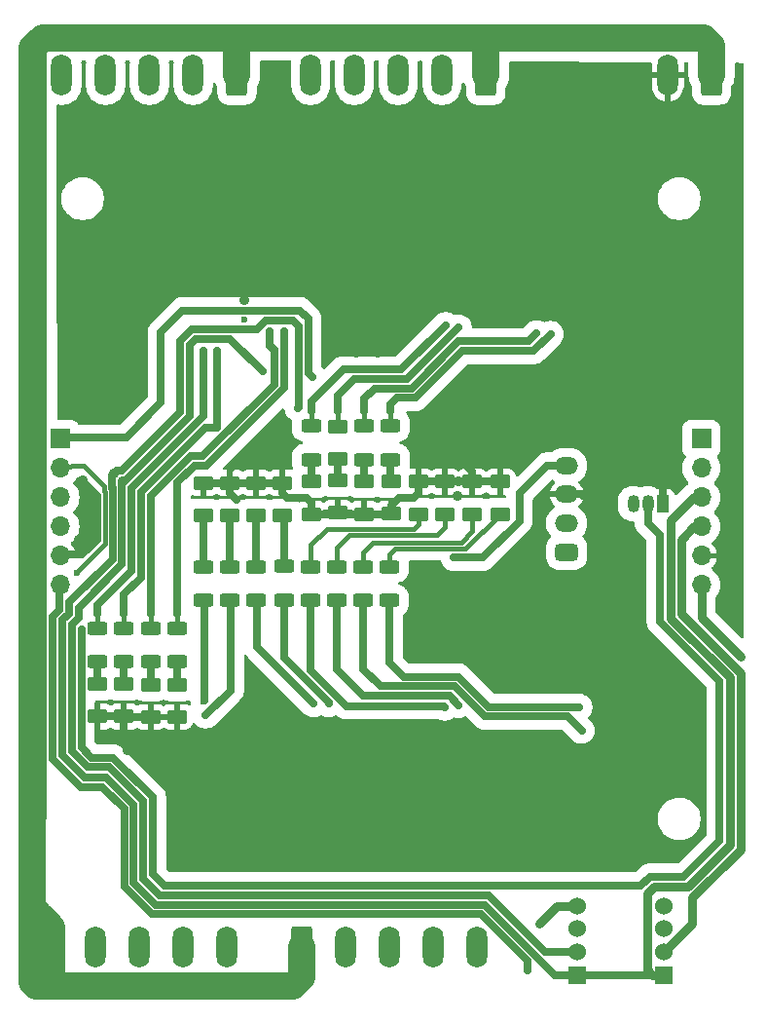
<source format=gbl>
G04 #@! TF.GenerationSoftware,KiCad,Pcbnew,8.0.5*
G04 #@! TF.CreationDate,2024-10-29T22:07:05+01:00*
G04 #@! TF.ProjectId,pwm_i2c,70776d5f-6932-4632-9e6b-696361645f70,rev?*
G04 #@! TF.SameCoordinates,Original*
G04 #@! TF.FileFunction,Copper,L4,Bot*
G04 #@! TF.FilePolarity,Positive*
%FSLAX46Y46*%
G04 Gerber Fmt 4.6, Leading zero omitted, Abs format (unit mm)*
G04 Created by KiCad (PCBNEW 8.0.5) date 2024-10-29 22:07:05*
%MOMM*%
%LPD*%
G01*
G04 APERTURE LIST*
G04 Aperture macros list*
%AMRoundRect*
0 Rectangle with rounded corners*
0 $1 Rounding radius*
0 $2 $3 $4 $5 $6 $7 $8 $9 X,Y pos of 4 corners*
0 Add a 4 corners polygon primitive as box body*
4,1,4,$2,$3,$4,$5,$6,$7,$8,$9,$2,$3,0*
0 Add four circle primitives for the rounded corners*
1,1,$1+$1,$2,$3*
1,1,$1+$1,$4,$5*
1,1,$1+$1,$6,$7*
1,1,$1+$1,$8,$9*
0 Add four rect primitives between the rounded corners*
20,1,$1+$1,$2,$3,$4,$5,0*
20,1,$1+$1,$4,$5,$6,$7,0*
20,1,$1+$1,$6,$7,$8,$9,0*
20,1,$1+$1,$8,$9,$2,$3,0*%
G04 Aperture macros list end*
G04 #@! TA.AperFunction,ComponentPad*
%ADD10R,1.524000X1.524000*%
G04 #@! TD*
G04 #@! TA.AperFunction,ComponentPad*
%ADD11C,1.524000*%
G04 #@! TD*
G04 #@! TA.AperFunction,ComponentPad*
%ADD12R,1.700000X1.700000*%
G04 #@! TD*
G04 #@! TA.AperFunction,ComponentPad*
%ADD13O,1.700000X1.700000*%
G04 #@! TD*
G04 #@! TA.AperFunction,ComponentPad*
%ADD14RoundRect,0.250000X0.650000X1.550000X-0.650000X1.550000X-0.650000X-1.550000X0.650000X-1.550000X0*%
G04 #@! TD*
G04 #@! TA.AperFunction,ComponentPad*
%ADD15O,1.800000X3.600000*%
G04 #@! TD*
G04 #@! TA.AperFunction,ComponentPad*
%ADD16RoundRect,0.250000X-0.650000X-1.550000X0.650000X-1.550000X0.650000X1.550000X-0.650000X1.550000X0*%
G04 #@! TD*
G04 #@! TA.AperFunction,ComponentPad*
%ADD17R,1.050000X1.500000*%
G04 #@! TD*
G04 #@! TA.AperFunction,ComponentPad*
%ADD18O,1.050000X1.500000*%
G04 #@! TD*
G04 #@! TA.AperFunction,ComponentPad*
%ADD19RoundRect,0.375000X0.625000X-0.375000X0.625000X0.375000X-0.625000X0.375000X-0.625000X-0.375000X0*%
G04 #@! TD*
G04 #@! TA.AperFunction,ComponentPad*
%ADD20O,2.000000X1.500000*%
G04 #@! TD*
G04 #@! TA.AperFunction,SMDPad,CuDef*
%ADD21RoundRect,0.250000X0.625000X-0.375000X0.625000X0.375000X-0.625000X0.375000X-0.625000X-0.375000X0*%
G04 #@! TD*
G04 #@! TA.AperFunction,SMDPad,CuDef*
%ADD22RoundRect,0.250000X-0.625000X0.375000X-0.625000X-0.375000X0.625000X-0.375000X0.625000X0.375000X0*%
G04 #@! TD*
G04 #@! TA.AperFunction,SMDPad,CuDef*
%ADD23RoundRect,0.250000X0.625000X-0.312500X0.625000X0.312500X-0.625000X0.312500X-0.625000X-0.312500X0*%
G04 #@! TD*
G04 #@! TA.AperFunction,SMDPad,CuDef*
%ADD24RoundRect,0.250000X-0.625000X0.312500X-0.625000X-0.312500X0.625000X-0.312500X0.625000X0.312500X0*%
G04 #@! TD*
G04 #@! TA.AperFunction,ViaPad*
%ADD25C,0.900000*%
G04 #@! TD*
G04 #@! TA.AperFunction,ViaPad*
%ADD26C,0.600000*%
G04 #@! TD*
G04 #@! TA.AperFunction,Conductor*
%ADD27C,0.700000*%
G04 #@! TD*
G04 #@! TA.AperFunction,Conductor*
%ADD28C,0.400000*%
G04 #@! TD*
G04 #@! TA.AperFunction,Conductor*
%ADD29C,2.400000*%
G04 #@! TD*
G04 #@! TA.AperFunction,Conductor*
%ADD30C,0.800000*%
G04 #@! TD*
G04 APERTURE END LIST*
D10*
X107850000Y-106550000D03*
D11*
X107850000Y-104550000D03*
X107850000Y-102550000D03*
X107850000Y-100550000D03*
D12*
X55375000Y-59975000D03*
D13*
X55375000Y-62515000D03*
X55375000Y-65055000D03*
X55375000Y-67595000D03*
X55375000Y-70135000D03*
X55375000Y-72675000D03*
D14*
X92390000Y-28350000D03*
D15*
X88580000Y-28350000D03*
X84770000Y-28350000D03*
X80960000Y-28350000D03*
X77150000Y-28350000D03*
D12*
X111125000Y-59975000D03*
D13*
X111125000Y-62515000D03*
X111125000Y-65055000D03*
X111125000Y-67595000D03*
X111125000Y-70135000D03*
X111125000Y-72675000D03*
D16*
X54610000Y-104150000D03*
D15*
X58420000Y-104150000D03*
X62230000Y-104150000D03*
X66040000Y-104150000D03*
X69850000Y-104150000D03*
D10*
X100315000Y-106550000D03*
D11*
X100315000Y-104550000D03*
X100315000Y-102550000D03*
X100315000Y-100550000D03*
D17*
X107740000Y-65600000D03*
D18*
X106470000Y-65600000D03*
X105200000Y-65600000D03*
D19*
X99400000Y-69800000D03*
D20*
X99400000Y-67300000D03*
X99400000Y-64800000D03*
X99400000Y-62300000D03*
D14*
X70725000Y-28350000D03*
D15*
X66915000Y-28350000D03*
X63105000Y-28350000D03*
X59295000Y-28350000D03*
X55485000Y-28350000D03*
D14*
X112010000Y-28350000D03*
D15*
X108200000Y-28350000D03*
D16*
X76385000Y-104150000D03*
D15*
X80195000Y-104150000D03*
X84005000Y-104150000D03*
X87815000Y-104150000D03*
X91625000Y-104150000D03*
D21*
X79500000Y-61700000D03*
X79500000Y-58900000D03*
X63200000Y-84137500D03*
X63200000Y-81337500D03*
D22*
X91200000Y-63700000D03*
X91200000Y-66500000D03*
X88800000Y-63700000D03*
X88800000Y-66500000D03*
X67800000Y-63800000D03*
X67800000Y-66600000D03*
X86500000Y-63700000D03*
X86500000Y-66500000D03*
D21*
X77200000Y-66500000D03*
X77200000Y-63700000D03*
X58600000Y-84100000D03*
X58600000Y-81300000D03*
X79500000Y-66400000D03*
X79500000Y-63600000D03*
D23*
X84100000Y-61762500D03*
X84100000Y-58837500D03*
D24*
X72400000Y-71075000D03*
X72400000Y-74000000D03*
X79400000Y-71075000D03*
X79400000Y-74000000D03*
D23*
X65500000Y-79362500D03*
X65500000Y-76437500D03*
D24*
X70100000Y-71075000D03*
X70100000Y-74000000D03*
X84000000Y-71075000D03*
X84000000Y-74000000D03*
D23*
X58600000Y-79362500D03*
X58600000Y-76437500D03*
D21*
X65500000Y-84137500D03*
X65500000Y-81337500D03*
D22*
X93600000Y-63700000D03*
X93600000Y-66500000D03*
D24*
X77100000Y-71075000D03*
X77100000Y-74000000D03*
D21*
X81800000Y-66500000D03*
X81800000Y-63700000D03*
D23*
X81787532Y-61771015D03*
X81787532Y-58846015D03*
D22*
X72400000Y-63800000D03*
X72400000Y-66600000D03*
D24*
X74800000Y-71037500D03*
X74800000Y-73962500D03*
D23*
X60900000Y-79362500D03*
X60900000Y-76437500D03*
D22*
X70100000Y-63800000D03*
X70100000Y-66600000D03*
X74700000Y-63800000D03*
X74700000Y-66600000D03*
D23*
X77195001Y-61765007D03*
X77195001Y-58840007D03*
D21*
X84105338Y-66496645D03*
X84105338Y-63696645D03*
X60900000Y-84100000D03*
X60900000Y-81300000D03*
D24*
X67800000Y-71075000D03*
X67800000Y-74000000D03*
X81700000Y-71075000D03*
X81700000Y-74000000D03*
D23*
X63200000Y-79362500D03*
X63200000Y-76437500D03*
D25*
X57000000Y-68700000D03*
X86600000Y-59500000D03*
X97300000Y-65700000D03*
X104200000Y-70500000D03*
X105300000Y-74500000D03*
X99400000Y-74600000D03*
X86700000Y-77800000D03*
X86700000Y-74500000D03*
X86600000Y-71900000D03*
X70700000Y-62100000D03*
X90000000Y-63700000D03*
X89900000Y-64900000D03*
X89700000Y-56800000D03*
X106600000Y-24995640D03*
X101900000Y-24995640D03*
X97700000Y-24995640D03*
X93000000Y-24995640D03*
X90000000Y-24986922D03*
X86700000Y-24986922D03*
X82700000Y-24986922D03*
X78700000Y-24986922D03*
X75200000Y-24986922D03*
X70500000Y-24986922D03*
X66000000Y-25043558D03*
X61600000Y-25043558D03*
X52900000Y-92700000D03*
X53000000Y-72800000D03*
X53000000Y-76000000D03*
X53000000Y-78600000D03*
X53000000Y-81400000D03*
X53000000Y-84100000D03*
X53000000Y-87000000D03*
X53000000Y-89500000D03*
X53000000Y-70300000D03*
X53000000Y-68100000D03*
X53000000Y-66000000D03*
X53000000Y-63700000D03*
X53000000Y-61200000D03*
X53000000Y-58700000D03*
X53000000Y-55900000D03*
X53000000Y-53200000D03*
X64100000Y-89000000D03*
X81100000Y-88700000D03*
X85500000Y-88800000D03*
X102700000Y-88600000D03*
X102200000Y-96000000D03*
X107400000Y-95600000D03*
X109900000Y-89900000D03*
X107500000Y-90100000D03*
X110200000Y-83200000D03*
X107300000Y-83100000D03*
X106200000Y-78100000D03*
X99200000Y-78400000D03*
X104700000Y-31300000D03*
X104500000Y-28800000D03*
X102200000Y-28800000D03*
X98900000Y-28800000D03*
X96300000Y-28800000D03*
X106500000Y-33400000D03*
X108200000Y-35900000D03*
X108600000Y-41900000D03*
X110300000Y-43100000D03*
X106900000Y-43000000D03*
X108400000Y-44800000D03*
X110400000Y-46500000D03*
X106900000Y-46400000D03*
X108500000Y-48100000D03*
X110200000Y-50100000D03*
X107200000Y-50100000D03*
X100900000Y-50100000D03*
X100800000Y-48200000D03*
X77700000Y-47400000D03*
X88000000Y-47900000D03*
X83000000Y-50500000D03*
X78700000Y-50500000D03*
X61800000Y-51500000D03*
X58500000Y-43200000D03*
X58600000Y-45600000D03*
X58700000Y-47900000D03*
X59600000Y-51500000D03*
X57000000Y-51500000D03*
X57000000Y-49100000D03*
X57000000Y-46700000D03*
X57000000Y-44400000D03*
X57000000Y-42200000D03*
X58100000Y-36500000D03*
X56600000Y-34900000D03*
X75200000Y-60900000D03*
X104900000Y-91900000D03*
X78700000Y-52500000D03*
X109975000Y-32525000D03*
X83200000Y-85000000D03*
X102500000Y-52500000D03*
X104900000Y-95200000D03*
X113600000Y-39300000D03*
X103350000Y-67450000D03*
X105200000Y-52500000D03*
X113600000Y-60800000D03*
X104900000Y-88300000D03*
X100000000Y-52500000D03*
X113575000Y-36125000D03*
X94600000Y-42800000D03*
X94600000Y-49200000D03*
X113600000Y-63200000D03*
X83200000Y-94504444D03*
X110200000Y-52500000D03*
X71400000Y-40000000D03*
X113600000Y-48200000D03*
X71400000Y-47892000D03*
X94600000Y-44900000D03*
X56850000Y-57950000D03*
X112175000Y-34725000D03*
X57300000Y-63600000D03*
X113600000Y-42500000D03*
X113600000Y-66600000D03*
X71450000Y-37850000D03*
X83000000Y-52500000D03*
X103500000Y-80500000D03*
D26*
X71400000Y-49646000D03*
D25*
X71400000Y-42000000D03*
X97300000Y-80500000D03*
X108825000Y-31375000D03*
X113600000Y-70400000D03*
X113600000Y-73800000D03*
X83200000Y-87700000D03*
X113600000Y-45400000D03*
X104900000Y-85000000D03*
X111075000Y-33625000D03*
X89200000Y-78400000D03*
X61200000Y-87000000D03*
X113600000Y-55600000D03*
X113600000Y-58700000D03*
X100300000Y-80500000D03*
X72200000Y-80500000D03*
X62000000Y-85935000D03*
D26*
X61200000Y-85800000D03*
D25*
X108000000Y-52500000D03*
X56700000Y-55600000D03*
X94600000Y-40900000D03*
X108600000Y-80500000D03*
X71400000Y-45900000D03*
X105500000Y-80500000D03*
X71400000Y-44000000D03*
X104800000Y-68900000D03*
X81100000Y-52500000D03*
X94600000Y-46900000D03*
X93900000Y-80500000D03*
X112600000Y-52500000D03*
X83200000Y-91300000D03*
X94600000Y-39000000D03*
X104900000Y-82300000D03*
D26*
X70700000Y-65300000D03*
X96000000Y-106200000D03*
X114500000Y-78900000D03*
X97000000Y-102100000D03*
X89600000Y-70300000D03*
D25*
X53600000Y-101400000D03*
X53000000Y-96200000D03*
X69700000Y-107500000D03*
X62200000Y-107500000D03*
X64800000Y-107500000D03*
X53000000Y-47100000D03*
X53000000Y-50400000D03*
X67300000Y-107500000D03*
X55600000Y-107500000D03*
X53000000Y-98700000D03*
X53000000Y-38100000D03*
X72100000Y-107500000D03*
X53000000Y-44100000D03*
X53000000Y-35000000D03*
X58500000Y-107500000D03*
X53000000Y-41100000D03*
X60053089Y-62953089D03*
D26*
X76000000Y-57300000D03*
X72954000Y-54127000D03*
D25*
X60779289Y-63679289D03*
D26*
X57200000Y-76500000D03*
X56800000Y-71600000D03*
X77300000Y-54600000D03*
X84000000Y-75200000D03*
X100505000Y-83305000D03*
X90000000Y-83100000D03*
X79400000Y-75200000D03*
X100700000Y-85300000D03*
X81700000Y-75200000D03*
X88800000Y-83300000D03*
X77100000Y-75200000D03*
X67800000Y-82800000D03*
X67857140Y-75100000D03*
X78700000Y-83000000D03*
X74800000Y-75200000D03*
X77200000Y-57600000D03*
X88900000Y-50100000D03*
X58600000Y-75200000D03*
X67800000Y-52300000D03*
X60900000Y-75200000D03*
X69000000Y-52300000D03*
X63200000Y-75200000D03*
X73600000Y-50600000D03*
X74800000Y-50600000D03*
X65542855Y-75200000D03*
X70171425Y-75200000D03*
X68000000Y-84000000D03*
X72485710Y-75100000D03*
X77400000Y-83000000D03*
X90000000Y-50300000D03*
X79500000Y-57600000D03*
X96800000Y-50800000D03*
X81800000Y-57600000D03*
X98000000Y-50873000D03*
X84100000Y-57600000D03*
D27*
X74800000Y-73962500D02*
X74800000Y-75200000D01*
X77100000Y-74000000D02*
X77100000Y-75200000D01*
D28*
X70700000Y-62100000D02*
X70100000Y-62700000D01*
X70100000Y-62700000D02*
X70100000Y-63800000D01*
D27*
X90000000Y-63700000D02*
X86500000Y-63700000D01*
X89800000Y-56900000D02*
X89700000Y-56800000D01*
X89852000Y-56900000D02*
X89800000Y-56900000D01*
D29*
X52900000Y-26000000D02*
X53800000Y-25100000D01*
X52900000Y-89600000D02*
X52900000Y-26000000D01*
X52900000Y-89600000D02*
X53000000Y-89500000D01*
X52900000Y-94200000D02*
X52900000Y-89600000D01*
X52900000Y-94200000D02*
X52900000Y-92900000D01*
X52900000Y-99900000D02*
X52900000Y-94200000D01*
X75600000Y-107500000D02*
X76385000Y-106715000D01*
X72100000Y-107500000D02*
X75600000Y-107500000D01*
X76385000Y-106715000D02*
X76385000Y-104150000D01*
X52897333Y-99902667D02*
X52900000Y-99900000D01*
X52897428Y-107181463D02*
X52897333Y-107099656D01*
X53215965Y-107500000D02*
X52897428Y-107181463D01*
X52897333Y-107099656D02*
X52897333Y-99902667D01*
X57000000Y-107500000D02*
X53215965Y-107500000D01*
X70725000Y-25525000D02*
X70300000Y-25100000D01*
X70725000Y-28350000D02*
X70725000Y-25525000D01*
X92600000Y-25100000D02*
X70300000Y-25100000D01*
X70300000Y-25100000D02*
X53800000Y-25100000D01*
X92390000Y-25310000D02*
X92600000Y-25100000D01*
X92390000Y-28350000D02*
X92390000Y-25310000D01*
X111300000Y-25100000D02*
X92600000Y-25100000D01*
X52900000Y-92700000D02*
X52900000Y-92600000D01*
X53000000Y-72800000D02*
X53000000Y-76000000D01*
X53000000Y-76000000D02*
X53000000Y-78600000D01*
X53000000Y-78600000D02*
X53000000Y-81400000D01*
X53000000Y-81400000D02*
X53000000Y-84100000D01*
X53000000Y-84100000D02*
X53000000Y-87000000D01*
X53000000Y-87000000D02*
X53000000Y-89500000D01*
X53000000Y-89500000D02*
X53000000Y-92800000D01*
X53000000Y-70300000D02*
X53000000Y-72800000D01*
X53000000Y-68100000D02*
X53000000Y-70300000D01*
X53000000Y-66000000D02*
X53000000Y-68100000D01*
X53000000Y-63700000D02*
X53000000Y-66000000D01*
X53000000Y-61200000D02*
X53000000Y-63700000D01*
X53000000Y-58700000D02*
X53000000Y-61200000D01*
X53000000Y-55900000D02*
X53000000Y-58700000D01*
X53000000Y-53200000D02*
X53000000Y-55900000D01*
D27*
X97700000Y-62300000D02*
X99400000Y-62300000D01*
X95300000Y-64700000D02*
X97700000Y-62300000D01*
X95300000Y-67100000D02*
X95300000Y-64700000D01*
X92100000Y-70300000D02*
X95300000Y-67100000D01*
X89600000Y-70300000D02*
X92100000Y-70300000D01*
X91200000Y-62800000D02*
X91200000Y-63700000D01*
X89852000Y-61452000D02*
X91200000Y-62800000D01*
X89852000Y-56900000D02*
X89852000Y-61452000D01*
X101400000Y-64900000D02*
X100800000Y-64900000D01*
D28*
X60937500Y-84137500D02*
X60900000Y-84100000D01*
X84101983Y-66500000D02*
X84105338Y-66496645D01*
D27*
X84800000Y-65100000D02*
X86100000Y-65100000D01*
X58200000Y-69100000D02*
X58538000Y-68762000D01*
X63200000Y-84137500D02*
X60937500Y-84137500D01*
X58538000Y-64900000D02*
X57300000Y-63662000D01*
X70100000Y-64700000D02*
X70100000Y-63800000D01*
X75100000Y-65100000D02*
X74700000Y-64700000D01*
X107740000Y-65600000D02*
X107740000Y-64040000D01*
X77200000Y-66500000D02*
X77200000Y-65500000D01*
X61200000Y-85800000D02*
X60900000Y-85500000D01*
X67800000Y-63800000D02*
X74700000Y-63800000D01*
X84105338Y-66496645D02*
X84105338Y-65794662D01*
X107740000Y-64040000D02*
X107400000Y-63700000D01*
X84105338Y-65794662D02*
X84800000Y-65100000D01*
X57260000Y-70040000D02*
X58200000Y-69100000D01*
X74700000Y-64700000D02*
X74700000Y-63800000D01*
X58600000Y-84100000D02*
X60900000Y-84100000D01*
X77200000Y-66500000D02*
X84101983Y-66500000D01*
X102600000Y-63700000D02*
X101400000Y-64900000D01*
D28*
X63200000Y-84137500D02*
X65500000Y-84137500D01*
D27*
X93600000Y-63700000D02*
X90000000Y-63700000D01*
X107400000Y-63700000D02*
X102600000Y-63700000D01*
X57300000Y-63662000D02*
X57300000Y-63600000D01*
X100700000Y-64800000D02*
X99400000Y-64800000D01*
X70700000Y-65300000D02*
X70100000Y-64700000D01*
X100800000Y-64900000D02*
X100700000Y-64800000D01*
X77200000Y-65500000D02*
X76800000Y-65100000D01*
X58538000Y-67500000D02*
X58538000Y-64900000D01*
X60900000Y-85500000D02*
X60900000Y-84100000D01*
X86100000Y-65100000D02*
X86500000Y-64700000D01*
X86500000Y-64700000D02*
X86500000Y-63700000D01*
X76800000Y-65100000D02*
X75100000Y-65100000D01*
X55300000Y-70040000D02*
X57260000Y-70040000D01*
X58538000Y-68762000D02*
X58538000Y-67500000D01*
X65500000Y-79362500D02*
X65500000Y-81337500D01*
X63200000Y-79362500D02*
X63200000Y-81337500D01*
X60900000Y-79362500D02*
X60900000Y-81300000D01*
X58600000Y-79362500D02*
X58600000Y-81300000D01*
X84100000Y-61762500D02*
X84100000Y-63691307D01*
D28*
X84100000Y-63691307D02*
X84105338Y-63696645D01*
D27*
X81787532Y-61771015D02*
X81787532Y-63687532D01*
D28*
X81787532Y-63687532D02*
X81800000Y-63700000D01*
D27*
X79500000Y-61700000D02*
X79500000Y-63600000D01*
D28*
X77195001Y-63695001D02*
X77200000Y-63700000D01*
D27*
X77195001Y-61765007D02*
X77195001Y-63695001D01*
D28*
X74700000Y-66600000D02*
X74700000Y-66700000D01*
D27*
X74800000Y-66800000D02*
X74800000Y-71037500D01*
D28*
X74700000Y-66700000D02*
X74800000Y-66800000D01*
D27*
X72400000Y-66600000D02*
X72400000Y-71075000D01*
X70100000Y-66600000D02*
X70100000Y-71075000D01*
X67800000Y-66600000D02*
X67800000Y-71175000D01*
D28*
X90600000Y-69500000D02*
X93600000Y-66500000D01*
X84500000Y-69500000D02*
X90600000Y-69500000D01*
X84000000Y-71075000D02*
X84000000Y-70000000D01*
X84000000Y-70000000D02*
X84500000Y-69500000D01*
X81700000Y-71075000D02*
X81700000Y-69800000D01*
X90227000Y-68973000D02*
X91200000Y-68000000D01*
X82527000Y-68973000D02*
X90227000Y-68973000D01*
X91200000Y-68000000D02*
X91200000Y-66500000D01*
X81700000Y-69800000D02*
X82527000Y-68973000D01*
X77100000Y-69200000D02*
X78527000Y-67773000D01*
X77100000Y-71075000D02*
X77100000Y-69200000D01*
X78527000Y-67773000D02*
X86100000Y-67773000D01*
X86500000Y-67373000D02*
X86500000Y-66500000D01*
X86100000Y-67773000D02*
X86500000Y-67373000D01*
X79400000Y-71075000D02*
X79400000Y-69400000D01*
X80500000Y-68300000D02*
X88100000Y-68300000D01*
X88800000Y-67600000D02*
X88800000Y-66500000D01*
X88100000Y-68300000D02*
X88800000Y-67600000D01*
X79400000Y-69400000D02*
X80500000Y-68300000D01*
D27*
X55300000Y-74800000D02*
X54700000Y-75400000D01*
X60919000Y-98848289D02*
X63351711Y-101281000D01*
X54700000Y-87808664D02*
X57141336Y-90250000D01*
D30*
X97000000Y-102100000D02*
X98550000Y-100550000D01*
X98550000Y-100550000D02*
X100315000Y-100550000D01*
X111125000Y-75525000D02*
X111125000Y-72675000D01*
D27*
X96000000Y-105339108D02*
X96000000Y-106200000D01*
X59020712Y-90250000D02*
X60919000Y-92148288D01*
X91941892Y-101281000D02*
X96000000Y-105339108D01*
X63351711Y-101281000D02*
X91941892Y-101281000D01*
X54700000Y-75400000D02*
X54700000Y-87808664D01*
X55300000Y-72580000D02*
X55300000Y-74800000D01*
D30*
X114500000Y-78900000D02*
X111125000Y-75525000D01*
D27*
X60919000Y-92148288D02*
X60919000Y-98848289D01*
X57141336Y-90250000D02*
X59020712Y-90250000D01*
D29*
X52900000Y-100700000D02*
X52900000Y-99900000D01*
X55600000Y-107500000D02*
X55200000Y-107500000D01*
X53000000Y-25900000D02*
X53000000Y-29100000D01*
X53000000Y-47100000D02*
X53000000Y-48200000D01*
X53800000Y-25100000D02*
X53000000Y-25900000D01*
X64800000Y-107500000D02*
X63600000Y-107500000D01*
X53000000Y-38100000D02*
X53000000Y-39100000D01*
X53000000Y-39100000D02*
X53000000Y-40100000D01*
X112010000Y-28350000D02*
X112010000Y-25810000D01*
X69700000Y-107500000D02*
X68500000Y-107500000D01*
X70900000Y-107500000D02*
X69700000Y-107500000D01*
X53000000Y-92800000D02*
X52900000Y-92900000D01*
X53000000Y-40100000D02*
X53000000Y-41100000D01*
X72100000Y-107500000D02*
X70900000Y-107500000D01*
X72100000Y-107500000D02*
X55600000Y-107500000D01*
X54610000Y-104150000D02*
X54610000Y-102410000D01*
X54000000Y-101800000D02*
X53600000Y-101400000D01*
X62200000Y-107500000D02*
X60300000Y-107500000D01*
X53000000Y-36000000D02*
X53000000Y-37000000D01*
X53000000Y-49300000D02*
X53000000Y-50400000D01*
X53000000Y-46100000D02*
X53000000Y-47100000D01*
X53000000Y-35000000D02*
X53000000Y-36000000D01*
X66200000Y-107500000D02*
X64800000Y-107500000D01*
X63600000Y-107500000D02*
X62200000Y-107500000D01*
X67300000Y-107500000D02*
X66200000Y-107500000D01*
X53000000Y-43100000D02*
X53000000Y-44100000D01*
X52900000Y-92900000D02*
X52900000Y-92700000D01*
X53000000Y-42100000D02*
X53000000Y-43100000D01*
X53000000Y-37000000D02*
X53000000Y-38100000D01*
X53000000Y-45100000D02*
X53000000Y-46100000D01*
X53000000Y-41100000D02*
X53000000Y-42100000D01*
X54610000Y-102410000D02*
X54000000Y-101800000D01*
X68500000Y-107500000D02*
X67300000Y-107500000D01*
X53600000Y-101400000D02*
X52900000Y-100700000D01*
X53000000Y-29100000D02*
X53000000Y-35000000D01*
X57000000Y-107500000D02*
X55600000Y-107500000D01*
X53000000Y-48200000D02*
X53000000Y-49300000D01*
X60300000Y-107500000D02*
X58500000Y-107500000D01*
X55200000Y-107500000D02*
X54610000Y-106910000D01*
X53000000Y-44100000D02*
X53000000Y-45100000D01*
X53000000Y-50400000D02*
X53000000Y-53200000D01*
X112010000Y-25810000D02*
X111300000Y-25100000D01*
X54610000Y-106910000D02*
X54610000Y-104150000D01*
X58500000Y-107500000D02*
X57000000Y-107500000D01*
D30*
X108473000Y-75583976D02*
X113573000Y-80683976D01*
X113573000Y-80683976D02*
X113573000Y-95267266D01*
D27*
X65773000Y-57657446D02*
X60678157Y-62752289D01*
X59892000Y-70408000D02*
X56127000Y-74173000D01*
X76100000Y-50200000D02*
X75600000Y-49700000D01*
X61746000Y-98505734D02*
X63694266Y-100454000D01*
X60053089Y-62953089D02*
X59852289Y-63153889D01*
X56127000Y-74173000D02*
X56127000Y-75142554D01*
X55546000Y-75723554D02*
X55546000Y-87485109D01*
D30*
X110445000Y-65055000D02*
X108473000Y-67027000D01*
X111125000Y-65055000D02*
X110445000Y-65055000D01*
D27*
X59363266Y-89423000D02*
X61746000Y-91805734D01*
X66757445Y-50473000D02*
X65773000Y-51457445D01*
X55546000Y-87485109D02*
X57483891Y-89423000D01*
X65773000Y-51457445D02*
X65773000Y-57657446D01*
D30*
X113573000Y-95267266D02*
X109940266Y-98900000D01*
D27*
X60678157Y-62752289D02*
X60253889Y-62752289D01*
X98380446Y-106550000D02*
X100315000Y-106550000D01*
D30*
X106400000Y-99500000D02*
X106400000Y-106100000D01*
X107000000Y-98900000D02*
X106400000Y-99500000D01*
X106400000Y-106100000D02*
X106850000Y-106550000D01*
D27*
X72427000Y-50473000D02*
X66757445Y-50473000D01*
X57483891Y-89423000D02*
X59363266Y-89423000D01*
X63694266Y-100454000D02*
X92284446Y-100454000D01*
X100315000Y-106550000D02*
X107850000Y-106550000D01*
X59852289Y-63153889D02*
X59852289Y-64252289D01*
X73200000Y-49700000D02*
X72427000Y-50473000D01*
X59892000Y-64292000D02*
X59892000Y-70408000D01*
X59852289Y-64252289D02*
X59892000Y-64292000D01*
D30*
X109940266Y-98900000D02*
X107000000Y-98900000D01*
D27*
X92284446Y-100454000D02*
X98380446Y-106550000D01*
X76000000Y-57300000D02*
X76100000Y-57200000D01*
X61746000Y-91805734D02*
X61746000Y-98505734D01*
X60253889Y-62752289D02*
X60053089Y-62953089D01*
D30*
X106850000Y-106550000D02*
X107850000Y-106550000D01*
D27*
X56127000Y-75142554D02*
X55546000Y-75723554D01*
X75600000Y-49700000D02*
X73200000Y-49700000D01*
X76100000Y-57200000D02*
X76100000Y-50200000D01*
D30*
X108473000Y-67027000D02*
X108473000Y-75583976D01*
D27*
X100315000Y-104550000D02*
X97550000Y-104550000D01*
X56954000Y-75485108D02*
X56954000Y-74646000D01*
X97550000Y-104550000D02*
X92627000Y-99627000D01*
X60719000Y-70881000D02*
X60719000Y-63881000D01*
X66600000Y-58000000D02*
X66600000Y-51800000D01*
D30*
X109400000Y-68700000D02*
X109400000Y-75200000D01*
D27*
X56954000Y-74646000D02*
X60719000Y-70881000D01*
X67100000Y-51300000D02*
X70127000Y-51300000D01*
D30*
X109400000Y-75200000D02*
X114500000Y-80300000D01*
D27*
X66600000Y-51800000D02*
X67100000Y-51300000D01*
X60719000Y-63881000D02*
X66600000Y-58000000D01*
D30*
X114500000Y-95651242D02*
X110324242Y-99827000D01*
D27*
X56373000Y-87142554D02*
X56373000Y-76066108D01*
D30*
X110324242Y-99827000D02*
X110324242Y-102075758D01*
D27*
X56373000Y-76066108D02*
X56954000Y-75485108D01*
X62573000Y-98163180D02*
X62573000Y-91463179D01*
X70127000Y-51300000D02*
X72954000Y-54127000D01*
X59609821Y-88500000D02*
X57730446Y-88500000D01*
X62573000Y-91463179D02*
X59609821Y-88500000D01*
X92627000Y-99627000D02*
X64036820Y-99627000D01*
D30*
X110505000Y-67595000D02*
X109400000Y-68700000D01*
X111125000Y-67595000D02*
X110505000Y-67595000D01*
X110324242Y-102075758D02*
X107850000Y-104550000D01*
D27*
X64036820Y-99627000D02*
X62573000Y-98163180D01*
X57730446Y-88500000D02*
X56373000Y-87142554D01*
D30*
X114500000Y-80300000D02*
X114500000Y-95651242D01*
D27*
X112696000Y-81047241D02*
X107500000Y-75851241D01*
D28*
X59215000Y-64572423D02*
X59175289Y-64532712D01*
X57400000Y-62300000D02*
X56340000Y-62300000D01*
D27*
X63400000Y-91120625D02*
X63400000Y-97820626D01*
X64379374Y-98800000D02*
X105859734Y-98800000D01*
D28*
X56340000Y-62300000D02*
X56220000Y-62420000D01*
D27*
X106636734Y-98023000D02*
X109577000Y-98023000D01*
X63400000Y-97820626D02*
X64379374Y-98800000D01*
X112696000Y-94904000D02*
X112696000Y-81047241D01*
D28*
X59175289Y-64075289D02*
X57400000Y-62300000D01*
D27*
X58073000Y-87673000D02*
X59952375Y-87673000D01*
D28*
X56220000Y-62420000D02*
X55300000Y-62420000D01*
X59215000Y-69085000D02*
X59215000Y-64572423D01*
D27*
X59952375Y-87673000D02*
X63400000Y-91120625D01*
D28*
X59175289Y-64532712D02*
X59175289Y-64075289D01*
D27*
X107500000Y-68300000D02*
X106470000Y-67270000D01*
X57200000Y-86800000D02*
X58073000Y-87673000D01*
X107500000Y-75851241D02*
X107500000Y-68300000D01*
X57200000Y-76500000D02*
X57200000Y-86800000D01*
X109577000Y-98023000D02*
X112696000Y-94904000D01*
D28*
X56800000Y-71500000D02*
X59215000Y-69085000D01*
X56800000Y-71600000D02*
X56800000Y-71500000D01*
D27*
X105859734Y-98800000D02*
X106636734Y-98023000D01*
X106470000Y-67270000D02*
X106470000Y-65600000D01*
X64119000Y-56841892D02*
X64119000Y-50681000D01*
X76927000Y-49527000D02*
X76927000Y-54227000D01*
X76927000Y-54227000D02*
X77300000Y-54600000D01*
X64119000Y-50681000D02*
X65981000Y-48819000D01*
X61080892Y-59880000D02*
X64119000Y-56841892D01*
X76219000Y-48819000D02*
X76927000Y-49527000D01*
X65981000Y-48819000D02*
X76219000Y-48819000D01*
X55300000Y-59880000D02*
X61080892Y-59880000D01*
X84000000Y-79400000D02*
X84000000Y-75200000D01*
X85246000Y-80646000D02*
X84000000Y-79400000D01*
X100505000Y-83305000D02*
X100474146Y-83274146D01*
X90015554Y-80646000D02*
X85246000Y-80646000D01*
X92643700Y-83274146D02*
X90015554Y-80646000D01*
X84000000Y-75200000D02*
X84000000Y-74000000D01*
X100474146Y-83274146D02*
X92643700Y-83274146D01*
X81700000Y-82300000D02*
X89200000Y-82300000D01*
X89200000Y-82300000D02*
X90000000Y-83100000D01*
X79400000Y-80000000D02*
X81700000Y-82300000D01*
X79400000Y-74000000D02*
X79400000Y-75200000D01*
X79400000Y-75200000D02*
X79400000Y-80000000D01*
X81700000Y-75200000D02*
X81700000Y-80000000D01*
X99501146Y-84101146D02*
X100700000Y-85300000D01*
X89673000Y-81473000D02*
X92301146Y-84101146D01*
X81700000Y-80000000D02*
X83173000Y-81473000D01*
X81700000Y-74000000D02*
X81700000Y-75200000D01*
X92301146Y-84101146D02*
X99501146Y-84101146D01*
X83173000Y-81473000D02*
X89673000Y-81473000D01*
X88700000Y-83200000D02*
X88800000Y-83300000D01*
X77100000Y-75200000D02*
X77100000Y-80054710D01*
X80245290Y-83200000D02*
X88700000Y-83200000D01*
X77100000Y-80054710D02*
X80245290Y-83200000D01*
X67857140Y-75100000D02*
X67857140Y-74157140D01*
X67857140Y-75100000D02*
X67857140Y-82742860D01*
D28*
X67857140Y-74157140D02*
X67800000Y-74100000D01*
X67857140Y-82742860D02*
X67800000Y-82800000D01*
D27*
X78700000Y-83000000D02*
X78700000Y-82900000D01*
X74800000Y-79000000D02*
X74800000Y-75200000D01*
X78700000Y-82900000D02*
X74800000Y-79000000D01*
X88866780Y-50100000D02*
X85031994Y-53934786D01*
X85031994Y-53934786D02*
X79965214Y-53934786D01*
X77200000Y-56700000D02*
X77200000Y-57600000D01*
X88900000Y-50100000D02*
X88866780Y-50100000D01*
X79965214Y-53934786D02*
X77200000Y-56700000D01*
D28*
X77195001Y-57604999D02*
X77200000Y-57600000D01*
X77195001Y-58840007D02*
X77195001Y-57604999D01*
D27*
X67800000Y-58000000D02*
X61546000Y-64254000D01*
D28*
X58600000Y-76437500D02*
X58600000Y-75200000D01*
D27*
X61546000Y-71454000D02*
X58600000Y-74400000D01*
X58600000Y-74400000D02*
X58600000Y-75200000D01*
X67800000Y-52300000D02*
X67800000Y-58000000D01*
X61546000Y-64254000D02*
X61546000Y-71454000D01*
X60900000Y-73500000D02*
X60900000Y-75200000D01*
X69000000Y-59030446D02*
X67947816Y-59030446D01*
X69000000Y-52300000D02*
X69000000Y-59030446D01*
X67947816Y-59030446D02*
X62373000Y-64605262D01*
D28*
X60900000Y-76437500D02*
X60900000Y-75200000D01*
D27*
X62373000Y-72027000D02*
X60900000Y-73500000D01*
X62373000Y-64605262D02*
X62373000Y-72027000D01*
X66674817Y-61473000D02*
X63200000Y-64947817D01*
X73947863Y-52247863D02*
X73947863Y-55252137D01*
X73600000Y-50600000D02*
X73600000Y-51900000D01*
X73600000Y-51900000D02*
X73947863Y-52247863D01*
X67727000Y-61473000D02*
X66674817Y-61473000D01*
X73947863Y-55252137D02*
X67727000Y-61473000D01*
D28*
X63200000Y-76437500D02*
X63200000Y-75200000D01*
D27*
X63200000Y-64947817D02*
X63200000Y-75200000D01*
X68069554Y-62300000D02*
X67017371Y-62300000D01*
X74800000Y-55569554D02*
X68069554Y-62300000D01*
X67017371Y-62300000D02*
X65560811Y-63756560D01*
D28*
X65500000Y-75242855D02*
X65542855Y-75200000D01*
D27*
X65560811Y-75182044D02*
X65542855Y-75200000D01*
X74800000Y-50600000D02*
X74800000Y-55569554D01*
X65560811Y-63756560D02*
X65560811Y-75182044D01*
D28*
X65500000Y-76437500D02*
X65500000Y-75242855D01*
D27*
X70171425Y-74071425D02*
X70100000Y-74000000D01*
X70171425Y-75200000D02*
X70171425Y-74071425D01*
X70171425Y-81828575D02*
X68000000Y-84000000D01*
X70171425Y-75200000D02*
X70171425Y-81828575D01*
X77400000Y-83000000D02*
X72485710Y-78085710D01*
X72485710Y-75100000D02*
X72485710Y-74085710D01*
X72485710Y-78085710D02*
X72485710Y-75100000D01*
D28*
X72485710Y-74085710D02*
X72400000Y-74000000D01*
D27*
X79500000Y-56200000D02*
X79500000Y-57600000D01*
D28*
X79500000Y-58900000D02*
X79500000Y-57600000D01*
D27*
X90000000Y-50300000D02*
X85538214Y-54761786D01*
X80938214Y-54761786D02*
X79500000Y-56200000D01*
X85538214Y-54761786D02*
X80938214Y-54761786D01*
X85923059Y-55595232D02*
X90018291Y-51500000D01*
D28*
X81787532Y-57612468D02*
X81800000Y-57600000D01*
X81787532Y-58846015D02*
X81787532Y-57612468D01*
D27*
X81800000Y-57600000D02*
X81800000Y-56500000D01*
X81800000Y-56500000D02*
X82704768Y-55595232D01*
X96100000Y-51500000D02*
X96800000Y-50800000D01*
X90018291Y-51500000D02*
X96100000Y-51500000D01*
X82704768Y-55595232D02*
X85923059Y-55595232D01*
X96546000Y-52327000D02*
X98000000Y-50873000D01*
X90360846Y-52327000D02*
X96546000Y-52327000D01*
X84100000Y-57000000D02*
X84677768Y-56422232D01*
X84677768Y-56422232D02*
X86265614Y-56422232D01*
D28*
X84100000Y-58837500D02*
X84100000Y-57600000D01*
D27*
X84100000Y-57600000D02*
X84100000Y-57000000D01*
X86265614Y-56422232D02*
X90360846Y-52327000D01*
G04 #@! TA.AperFunction,Conductor*
G36*
X57551483Y-27120185D02*
G01*
X57597238Y-27172989D01*
X57607383Y-27240685D01*
X57594501Y-27338532D01*
X57594500Y-27338549D01*
X57594500Y-29361450D01*
X57594501Y-29361466D01*
X57623594Y-29582452D01*
X57623595Y-29582457D01*
X57623596Y-29582463D01*
X57623597Y-29582465D01*
X57681290Y-29797780D01*
X57681293Y-29797790D01*
X57766593Y-30003722D01*
X57766595Y-30003726D01*
X57878052Y-30196774D01*
X57878057Y-30196780D01*
X57878058Y-30196782D01*
X58013751Y-30373622D01*
X58013757Y-30373629D01*
X58171370Y-30531242D01*
X58171376Y-30531247D01*
X58348226Y-30666948D01*
X58541274Y-30778405D01*
X58747219Y-30863710D01*
X58962537Y-30921404D01*
X59183543Y-30950500D01*
X59183550Y-30950500D01*
X59406450Y-30950500D01*
X59406457Y-30950500D01*
X59627463Y-30921404D01*
X59842781Y-30863710D01*
X60048726Y-30778405D01*
X60241774Y-30666948D01*
X60418624Y-30531247D01*
X60576247Y-30373624D01*
X60711948Y-30196774D01*
X60823405Y-30003726D01*
X60908710Y-29797781D01*
X60966404Y-29582463D01*
X60995500Y-29361457D01*
X60995500Y-27338543D01*
X60982617Y-27240685D01*
X60993383Y-27171650D01*
X61039763Y-27119394D01*
X61105556Y-27100500D01*
X61294444Y-27100500D01*
X61361483Y-27120185D01*
X61407238Y-27172989D01*
X61417383Y-27240685D01*
X61404501Y-27338532D01*
X61404500Y-27338549D01*
X61404500Y-29361450D01*
X61404501Y-29361466D01*
X61433594Y-29582452D01*
X61433595Y-29582457D01*
X61433596Y-29582463D01*
X61433597Y-29582465D01*
X61491290Y-29797780D01*
X61491293Y-29797790D01*
X61576593Y-30003722D01*
X61576595Y-30003726D01*
X61688052Y-30196774D01*
X61688057Y-30196780D01*
X61688058Y-30196782D01*
X61823751Y-30373622D01*
X61823757Y-30373629D01*
X61981370Y-30531242D01*
X61981376Y-30531247D01*
X62158226Y-30666948D01*
X62351274Y-30778405D01*
X62557219Y-30863710D01*
X62772537Y-30921404D01*
X62993543Y-30950500D01*
X62993550Y-30950500D01*
X63216450Y-30950500D01*
X63216457Y-30950500D01*
X63437463Y-30921404D01*
X63652781Y-30863710D01*
X63858726Y-30778405D01*
X64051774Y-30666948D01*
X64228624Y-30531247D01*
X64386247Y-30373624D01*
X64521948Y-30196774D01*
X64633405Y-30003726D01*
X64718710Y-29797781D01*
X64776404Y-29582463D01*
X64805500Y-29361457D01*
X64805500Y-27338543D01*
X64792617Y-27240685D01*
X64803383Y-27171650D01*
X64849763Y-27119394D01*
X64915556Y-27100500D01*
X65104444Y-27100500D01*
X65171483Y-27120185D01*
X65217238Y-27172989D01*
X65227383Y-27240685D01*
X65214501Y-27338532D01*
X65214500Y-27338549D01*
X65214500Y-29361450D01*
X65214501Y-29361466D01*
X65243594Y-29582452D01*
X65243595Y-29582457D01*
X65243596Y-29582463D01*
X65243597Y-29582465D01*
X65301290Y-29797780D01*
X65301293Y-29797790D01*
X65386593Y-30003722D01*
X65386595Y-30003726D01*
X65498052Y-30196774D01*
X65498057Y-30196780D01*
X65498058Y-30196782D01*
X65633751Y-30373622D01*
X65633757Y-30373629D01*
X65791370Y-30531242D01*
X65791376Y-30531247D01*
X65968226Y-30666948D01*
X66161274Y-30778405D01*
X66367219Y-30863710D01*
X66582537Y-30921404D01*
X66803543Y-30950500D01*
X66803550Y-30950500D01*
X67026450Y-30950500D01*
X67026457Y-30950500D01*
X67247463Y-30921404D01*
X67462781Y-30863710D01*
X67668726Y-30778405D01*
X67861774Y-30666948D01*
X68038624Y-30531247D01*
X68196247Y-30373624D01*
X68331948Y-30196774D01*
X68443405Y-30003726D01*
X68528710Y-29797781D01*
X68586404Y-29582463D01*
X68615500Y-29361457D01*
X68615500Y-29108164D01*
X68635185Y-29041125D01*
X68687989Y-28995370D01*
X68757147Y-28985426D01*
X68820703Y-29014451D01*
X68854061Y-29060711D01*
X68926954Y-29236690D01*
X68926958Y-29236699D01*
X69007887Y-29376872D01*
X69024500Y-29438872D01*
X69024500Y-29951604D01*
X69039699Y-30105932D01*
X69039700Y-30105934D01*
X69099768Y-30303954D01*
X69197315Y-30486450D01*
X69197317Y-30486452D01*
X69328589Y-30646410D01*
X69425209Y-30725702D01*
X69488550Y-30777685D01*
X69671046Y-30875232D01*
X69869066Y-30935300D01*
X69869065Y-30935300D01*
X69907647Y-30939100D01*
X70023392Y-30950500D01*
X70023395Y-30950500D01*
X71426605Y-30950500D01*
X71426608Y-30950500D01*
X71580934Y-30935300D01*
X71778954Y-30875232D01*
X71961450Y-30777685D01*
X72121410Y-30646410D01*
X72252685Y-30486450D01*
X72350232Y-30303954D01*
X72410300Y-30105934D01*
X72425500Y-29951608D01*
X72425500Y-29438872D01*
X72442113Y-29376872D01*
X72451017Y-29361450D01*
X72523043Y-29236697D01*
X72623398Y-28994419D01*
X72691270Y-28741116D01*
X72725500Y-28481120D01*
X72725500Y-27224500D01*
X72745185Y-27157461D01*
X72797989Y-27111706D01*
X72849500Y-27100500D01*
X75339444Y-27100500D01*
X75406483Y-27120185D01*
X75452238Y-27172989D01*
X75462383Y-27240685D01*
X75449501Y-27338532D01*
X75449500Y-27338549D01*
X75449500Y-29361450D01*
X75449501Y-29361466D01*
X75478594Y-29582452D01*
X75478595Y-29582457D01*
X75478596Y-29582463D01*
X75478597Y-29582465D01*
X75536290Y-29797780D01*
X75536293Y-29797790D01*
X75621593Y-30003722D01*
X75621595Y-30003726D01*
X75733052Y-30196774D01*
X75733057Y-30196780D01*
X75733058Y-30196782D01*
X75868751Y-30373622D01*
X75868757Y-30373629D01*
X76026370Y-30531242D01*
X76026376Y-30531247D01*
X76203226Y-30666948D01*
X76396274Y-30778405D01*
X76602219Y-30863710D01*
X76817537Y-30921404D01*
X77038543Y-30950500D01*
X77038550Y-30950500D01*
X77261450Y-30950500D01*
X77261457Y-30950500D01*
X77482463Y-30921404D01*
X77697781Y-30863710D01*
X77903726Y-30778405D01*
X78096774Y-30666948D01*
X78273624Y-30531247D01*
X78431247Y-30373624D01*
X78566948Y-30196774D01*
X78678405Y-30003726D01*
X78763710Y-29797781D01*
X78821404Y-29582463D01*
X78850500Y-29361457D01*
X78850500Y-27338543D01*
X78837617Y-27240685D01*
X78848383Y-27171650D01*
X78894763Y-27119394D01*
X78960556Y-27100500D01*
X79149444Y-27100500D01*
X79216483Y-27120185D01*
X79262238Y-27172989D01*
X79272383Y-27240685D01*
X79259501Y-27338532D01*
X79259500Y-27338549D01*
X79259500Y-29361450D01*
X79259501Y-29361466D01*
X79288594Y-29582452D01*
X79288595Y-29582457D01*
X79288596Y-29582463D01*
X79288597Y-29582465D01*
X79346290Y-29797780D01*
X79346293Y-29797790D01*
X79431593Y-30003722D01*
X79431595Y-30003726D01*
X79543052Y-30196774D01*
X79543057Y-30196780D01*
X79543058Y-30196782D01*
X79678751Y-30373622D01*
X79678757Y-30373629D01*
X79836370Y-30531242D01*
X79836376Y-30531247D01*
X80013226Y-30666948D01*
X80206274Y-30778405D01*
X80412219Y-30863710D01*
X80627537Y-30921404D01*
X80848543Y-30950500D01*
X80848550Y-30950500D01*
X81071450Y-30950500D01*
X81071457Y-30950500D01*
X81292463Y-30921404D01*
X81507781Y-30863710D01*
X81713726Y-30778405D01*
X81906774Y-30666948D01*
X82083624Y-30531247D01*
X82241247Y-30373624D01*
X82376948Y-30196774D01*
X82488405Y-30003726D01*
X82573710Y-29797781D01*
X82631404Y-29582463D01*
X82660500Y-29361457D01*
X82660500Y-27338543D01*
X82647617Y-27240685D01*
X82658383Y-27171650D01*
X82704763Y-27119394D01*
X82770556Y-27100500D01*
X82959444Y-27100500D01*
X83026483Y-27120185D01*
X83072238Y-27172989D01*
X83082383Y-27240685D01*
X83069501Y-27338532D01*
X83069500Y-27338549D01*
X83069500Y-29361450D01*
X83069501Y-29361466D01*
X83098594Y-29582452D01*
X83098595Y-29582457D01*
X83098596Y-29582463D01*
X83098597Y-29582465D01*
X83156290Y-29797780D01*
X83156293Y-29797790D01*
X83241593Y-30003722D01*
X83241595Y-30003726D01*
X83353052Y-30196774D01*
X83353057Y-30196780D01*
X83353058Y-30196782D01*
X83488751Y-30373622D01*
X83488757Y-30373629D01*
X83646370Y-30531242D01*
X83646376Y-30531247D01*
X83823226Y-30666948D01*
X84016274Y-30778405D01*
X84222219Y-30863710D01*
X84437537Y-30921404D01*
X84658543Y-30950500D01*
X84658550Y-30950500D01*
X84881450Y-30950500D01*
X84881457Y-30950500D01*
X85102463Y-30921404D01*
X85317781Y-30863710D01*
X85523726Y-30778405D01*
X85716774Y-30666948D01*
X85893624Y-30531247D01*
X86051247Y-30373624D01*
X86186948Y-30196774D01*
X86298405Y-30003726D01*
X86383710Y-29797781D01*
X86441404Y-29582463D01*
X86470500Y-29361457D01*
X86470500Y-27338543D01*
X86459073Y-27251750D01*
X86469838Y-27182718D01*
X86516217Y-27130462D01*
X86582834Y-27111571D01*
X86768655Y-27112812D01*
X86835558Y-27132943D01*
X86880959Y-27186051D01*
X86890762Y-27252992D01*
X86879501Y-27338530D01*
X86879500Y-27338549D01*
X86879500Y-29361450D01*
X86879501Y-29361466D01*
X86908594Y-29582452D01*
X86908595Y-29582457D01*
X86908596Y-29582463D01*
X86908597Y-29582465D01*
X86966290Y-29797780D01*
X86966293Y-29797790D01*
X87051593Y-30003722D01*
X87051595Y-30003726D01*
X87163052Y-30196774D01*
X87163057Y-30196780D01*
X87163058Y-30196782D01*
X87298751Y-30373622D01*
X87298757Y-30373629D01*
X87456370Y-30531242D01*
X87456376Y-30531247D01*
X87633226Y-30666948D01*
X87826274Y-30778405D01*
X88032219Y-30863710D01*
X88247537Y-30921404D01*
X88468543Y-30950500D01*
X88468550Y-30950500D01*
X88691450Y-30950500D01*
X88691457Y-30950500D01*
X88912463Y-30921404D01*
X89127781Y-30863710D01*
X89333726Y-30778405D01*
X89526774Y-30666948D01*
X89703624Y-30531247D01*
X89861247Y-30373624D01*
X89996948Y-30196774D01*
X90108405Y-30003726D01*
X90193710Y-29797781D01*
X90251404Y-29582463D01*
X90280500Y-29361457D01*
X90280500Y-29108164D01*
X90300185Y-29041125D01*
X90352989Y-28995370D01*
X90422147Y-28985426D01*
X90485703Y-29014451D01*
X90519061Y-29060711D01*
X90591954Y-29236690D01*
X90591958Y-29236699D01*
X90672887Y-29376872D01*
X90689500Y-29438872D01*
X90689500Y-29951604D01*
X90704699Y-30105932D01*
X90704700Y-30105934D01*
X90764768Y-30303954D01*
X90862315Y-30486450D01*
X90862317Y-30486452D01*
X90993589Y-30646410D01*
X91090209Y-30725702D01*
X91153550Y-30777685D01*
X91336046Y-30875232D01*
X91534066Y-30935300D01*
X91534065Y-30935300D01*
X91572647Y-30939100D01*
X91688392Y-30950500D01*
X91688395Y-30950500D01*
X93091605Y-30950500D01*
X93091608Y-30950500D01*
X93245934Y-30935300D01*
X93443954Y-30875232D01*
X93626450Y-30777685D01*
X93786410Y-30646410D01*
X93917685Y-30486450D01*
X94015232Y-30303954D01*
X94075300Y-30105934D01*
X94090500Y-29951608D01*
X94090500Y-29438872D01*
X94107113Y-29376872D01*
X94116017Y-29361450D01*
X94188043Y-29236697D01*
X94288398Y-28994419D01*
X94356270Y-28741116D01*
X94390500Y-28481120D01*
X94390500Y-27288539D01*
X94410185Y-27221500D01*
X94462989Y-27175745D01*
X94515323Y-27164543D01*
X106676831Y-27245755D01*
X106743735Y-27265886D01*
X106789136Y-27318994D01*
X106800000Y-27369751D01*
X106800000Y-28100000D01*
X107651518Y-28100000D01*
X107640889Y-28118409D01*
X107600000Y-28271009D01*
X107600000Y-28428991D01*
X107640889Y-28581591D01*
X107651518Y-28600000D01*
X106800000Y-28600000D01*
X106800000Y-29360181D01*
X106834473Y-29577835D01*
X106902567Y-29787410D01*
X107002613Y-29983760D01*
X107132142Y-30162041D01*
X107287958Y-30317857D01*
X107466239Y-30447386D01*
X107662589Y-30547432D01*
X107872163Y-30615526D01*
X107949999Y-30627854D01*
X107950000Y-30627854D01*
X107950000Y-28898482D01*
X107968409Y-28909111D01*
X108121009Y-28950000D01*
X108278991Y-28950000D01*
X108431591Y-28909111D01*
X108450000Y-28898482D01*
X108450000Y-30627854D01*
X108527834Y-30615526D01*
X108527837Y-30615526D01*
X108737410Y-30547432D01*
X108933760Y-30447386D01*
X109112041Y-30317857D01*
X109267857Y-30162041D01*
X109397386Y-29983760D01*
X109497432Y-29787410D01*
X109565526Y-29577835D01*
X109600000Y-29360181D01*
X109600000Y-28600000D01*
X108748482Y-28600000D01*
X108759111Y-28581591D01*
X108800000Y-28428991D01*
X108800000Y-28271009D01*
X108759111Y-28118409D01*
X108748482Y-28100000D01*
X109600000Y-28100000D01*
X109600000Y-27390105D01*
X109619685Y-27323066D01*
X109672489Y-27277311D01*
X109724823Y-27266109D01*
X109886333Y-27267187D01*
X109953234Y-27287317D01*
X109998636Y-27340426D01*
X110009500Y-27391183D01*
X110009500Y-28481127D01*
X110025151Y-28600000D01*
X110043730Y-28741116D01*
X110111602Y-28994418D01*
X110111605Y-28994428D01*
X110211953Y-29236690D01*
X110211958Y-29236699D01*
X110292887Y-29376872D01*
X110309500Y-29438872D01*
X110309500Y-29951604D01*
X110324699Y-30105932D01*
X110324700Y-30105934D01*
X110384768Y-30303954D01*
X110482315Y-30486450D01*
X110482317Y-30486452D01*
X110613589Y-30646410D01*
X110710209Y-30725702D01*
X110773550Y-30777685D01*
X110956046Y-30875232D01*
X111154066Y-30935300D01*
X111154065Y-30935300D01*
X111192647Y-30939100D01*
X111308392Y-30950500D01*
X111308395Y-30950500D01*
X112711605Y-30950500D01*
X112711608Y-30950500D01*
X112865934Y-30935300D01*
X113063954Y-30875232D01*
X113246450Y-30777685D01*
X113406410Y-30646410D01*
X113537685Y-30486450D01*
X113635232Y-30303954D01*
X113695300Y-30105934D01*
X113710500Y-29951608D01*
X113710500Y-29438872D01*
X113727113Y-29376872D01*
X113736017Y-29361450D01*
X113808043Y-29236697D01*
X113908398Y-28994419D01*
X113976270Y-28741116D01*
X114010500Y-28481120D01*
X114010500Y-27419557D01*
X114030185Y-27352518D01*
X114082989Y-27306763D01*
X114135321Y-27295561D01*
X114676829Y-27299177D01*
X114743735Y-27319309D01*
X114789136Y-27372417D01*
X114800000Y-27423174D01*
X114800000Y-77202874D01*
X114780315Y-77269913D01*
X114727511Y-77315668D01*
X114658353Y-77325612D01*
X114594797Y-77296587D01*
X114588319Y-77290555D01*
X112361819Y-75064055D01*
X112328334Y-75002732D01*
X112325500Y-74976374D01*
X112325500Y-73856530D01*
X112345185Y-73789491D01*
X112355210Y-73775998D01*
X112464412Y-73648140D01*
X112600154Y-73426628D01*
X112699573Y-73186610D01*
X112760221Y-72933994D01*
X112780604Y-72675000D01*
X112760221Y-72416006D01*
X112699573Y-72163390D01*
X112600154Y-71923372D01*
X112464412Y-71701860D01*
X112295689Y-71504311D01*
X112108239Y-71344213D01*
X112098137Y-71335585D01*
X112098135Y-71335584D01*
X112068229Y-71317258D01*
X112021354Y-71265447D01*
X112009931Y-71196517D01*
X112037588Y-71132354D01*
X112045338Y-71123850D01*
X112163105Y-71006082D01*
X112298600Y-70812578D01*
X112398429Y-70598492D01*
X112398432Y-70598486D01*
X112455636Y-70385000D01*
X111558012Y-70385000D01*
X111590925Y-70327993D01*
X111625000Y-70200826D01*
X111625000Y-70069174D01*
X111590925Y-69942007D01*
X111558012Y-69885000D01*
X112455636Y-69885000D01*
X112455635Y-69884999D01*
X112398432Y-69671513D01*
X112398429Y-69671507D01*
X112298600Y-69457422D01*
X112298599Y-69457420D01*
X112163113Y-69263926D01*
X112045337Y-69146149D01*
X112011853Y-69084826D01*
X112016837Y-69015134D01*
X112058709Y-68959201D01*
X112068223Y-68952744D01*
X112098140Y-68934412D01*
X112295689Y-68765689D01*
X112464412Y-68568140D01*
X112600154Y-68346628D01*
X112699573Y-68106610D01*
X112760221Y-67853994D01*
X112780604Y-67595000D01*
X112760221Y-67336006D01*
X112699573Y-67083390D01*
X112600154Y-66843372D01*
X112464412Y-66621860D01*
X112295689Y-66424311D01*
X112289809Y-66419289D01*
X112251617Y-66360787D01*
X112251116Y-66290919D01*
X112288468Y-66231872D01*
X112289702Y-66230802D01*
X112295689Y-66225689D01*
X112464412Y-66028140D01*
X112600154Y-65806628D01*
X112699573Y-65566610D01*
X112760221Y-65313994D01*
X112780604Y-65055000D01*
X112760221Y-64796006D01*
X112699573Y-64543390D01*
X112622120Y-64356403D01*
X112600156Y-64303376D01*
X112598087Y-64300000D01*
X112464412Y-64081860D01*
X112295689Y-63884311D01*
X112289809Y-63879289D01*
X112251617Y-63820787D01*
X112251116Y-63750919D01*
X112288468Y-63691872D01*
X112289702Y-63690802D01*
X112295689Y-63685689D01*
X112464412Y-63488140D01*
X112600154Y-63266628D01*
X112699573Y-63026610D01*
X112760221Y-62773994D01*
X112780604Y-62515000D01*
X112760221Y-62256006D01*
X112699573Y-62003390D01*
X112601798Y-61767340D01*
X112600154Y-61763371D01*
X112487297Y-61579205D01*
X112469052Y-61511759D01*
X112490168Y-61445157D01*
X112505333Y-61426744D01*
X112604816Y-61327262D01*
X112700789Y-61174522D01*
X112760368Y-61004255D01*
X112775500Y-60869954D01*
X112775500Y-59080046D01*
X112760368Y-58945745D01*
X112700789Y-58775478D01*
X112604816Y-58622738D01*
X112477262Y-58495184D01*
X112442580Y-58473392D01*
X112324523Y-58399211D01*
X112154254Y-58339631D01*
X112154249Y-58339630D01*
X112019960Y-58324500D01*
X112019954Y-58324500D01*
X110230046Y-58324500D01*
X110230039Y-58324500D01*
X110095750Y-58339630D01*
X110095745Y-58339631D01*
X109925476Y-58399211D01*
X109772737Y-58495184D01*
X109645184Y-58622737D01*
X109549211Y-58775476D01*
X109489631Y-58945745D01*
X109489630Y-58945750D01*
X109474500Y-59080039D01*
X109474500Y-60869960D01*
X109489630Y-61004249D01*
X109489631Y-61004254D01*
X109549211Y-61174523D01*
X109645184Y-61327262D01*
X109744656Y-61426734D01*
X109778141Y-61488057D01*
X109773157Y-61557749D01*
X109762703Y-61579204D01*
X109649845Y-61763373D01*
X109550427Y-62003389D01*
X109489778Y-62256009D01*
X109469396Y-62515000D01*
X109489778Y-62773990D01*
X109550427Y-63026610D01*
X109649843Y-63266623D01*
X109649845Y-63266627D01*
X109649846Y-63266628D01*
X109785588Y-63488140D01*
X109954311Y-63685689D01*
X109960193Y-63690712D01*
X109998383Y-63749219D01*
X109998881Y-63819087D01*
X109961526Y-63878132D01*
X109960256Y-63879232D01*
X109954311Y-63884311D01*
X109954309Y-63884313D01*
X109954307Y-63884315D01*
X109954305Y-63884317D01*
X109859406Y-63995428D01*
X109821421Y-64025375D01*
X109815812Y-64028233D01*
X109815793Y-64028244D01*
X109662929Y-64139307D01*
X109662923Y-64139312D01*
X108971084Y-64831150D01*
X108909761Y-64864635D01*
X108840069Y-64859651D01*
X108784136Y-64817779D01*
X108760113Y-64756724D01*
X108758596Y-64742619D01*
X108708354Y-64607913D01*
X108708350Y-64607906D01*
X108622190Y-64492812D01*
X108622187Y-64492809D01*
X108507093Y-64406649D01*
X108507086Y-64406645D01*
X108372379Y-64356403D01*
X108372372Y-64356401D01*
X108312844Y-64350000D01*
X107990000Y-64350000D01*
X107990000Y-64980763D01*
X107970315Y-65047802D01*
X107917511Y-65093557D01*
X107848353Y-65103501D01*
X107784797Y-65074476D01*
X107748069Y-65019082D01*
X107708560Y-64897488D01*
X107698389Y-64866184D01*
X107698387Y-64866181D01*
X107698387Y-64866179D01*
X107631127Y-64734174D01*
X107603670Y-64680286D01*
X107513682Y-64556429D01*
X107490202Y-64490622D01*
X107490000Y-64483543D01*
X107490000Y-64350000D01*
X107354575Y-64350000D01*
X107287536Y-64330315D01*
X107281689Y-64326318D01*
X107164714Y-64241330D01*
X106978820Y-64146612D01*
X106780389Y-64082137D01*
X106574324Y-64049500D01*
X106574319Y-64049500D01*
X106365681Y-64049500D01*
X106365676Y-64049500D01*
X106159609Y-64082138D01*
X106159606Y-64082138D01*
X105961187Y-64146609D01*
X105961186Y-64146609D01*
X105891294Y-64182221D01*
X105822625Y-64195117D01*
X105778706Y-64182221D01*
X105708813Y-64146609D01*
X105510391Y-64082138D01*
X105304324Y-64049500D01*
X105304319Y-64049500D01*
X105095681Y-64049500D01*
X105095676Y-64049500D01*
X104889610Y-64082137D01*
X104691179Y-64146612D01*
X104505285Y-64241330D01*
X104336493Y-64363966D01*
X104188966Y-64511493D01*
X104066330Y-64680285D01*
X103971612Y-64866179D01*
X103907137Y-65064610D01*
X103874500Y-65270675D01*
X103874500Y-65929324D01*
X103907137Y-66135389D01*
X103971612Y-66333820D01*
X104015163Y-66419293D01*
X104066330Y-66519714D01*
X104188965Y-66688505D01*
X104336495Y-66836035D01*
X104505286Y-66958670D01*
X104578276Y-66995860D01*
X104691179Y-67053387D01*
X104691181Y-67053387D01*
X104691184Y-67053389D01*
X104797545Y-67087948D01*
X104889610Y-67117862D01*
X105095676Y-67150500D01*
X105195499Y-67150500D01*
X105262538Y-67170185D01*
X105308293Y-67222989D01*
X105319499Y-67274500D01*
X105319499Y-67360546D01*
X105322415Y-67378954D01*
X105345208Y-67522861D01*
X105345208Y-67522862D01*
X105347828Y-67539409D01*
X105403787Y-67711636D01*
X105403788Y-67711639D01*
X105440369Y-67783431D01*
X105484049Y-67869158D01*
X105486006Y-67872997D01*
X105592440Y-68019493D01*
X105592444Y-68019497D01*
X105592447Y-68019501D01*
X105679556Y-68106610D01*
X105724829Y-68151883D01*
X105724840Y-68151893D01*
X106313181Y-68740234D01*
X106346666Y-68801557D01*
X106349500Y-68827915D01*
X106349500Y-75756279D01*
X106349499Y-75756294D01*
X106349499Y-75941785D01*
X106372674Y-76088103D01*
X106377829Y-76120650D01*
X106377829Y-76120653D01*
X106433787Y-76292877D01*
X106433788Y-76292880D01*
X106516006Y-76454238D01*
X106622440Y-76600734D01*
X106622444Y-76600738D01*
X106622447Y-76600742D01*
X106750499Y-76728794D01*
X106754829Y-76733124D01*
X106754840Y-76733134D01*
X111509181Y-81487474D01*
X111542666Y-81548797D01*
X111545500Y-81575155D01*
X111545500Y-94376085D01*
X111525815Y-94443124D01*
X111509181Y-94463766D01*
X109136766Y-96836181D01*
X109075443Y-96869666D01*
X109049085Y-96872500D01*
X106732415Y-96872500D01*
X106732391Y-96872499D01*
X106727280Y-96872499D01*
X106546188Y-96872499D01*
X106486567Y-96881942D01*
X106367323Y-96900829D01*
X106195097Y-96956787D01*
X106195094Y-96956788D01*
X106033736Y-97039006D01*
X105887239Y-97145441D01*
X105887234Y-97145445D01*
X105759178Y-97273502D01*
X105419500Y-97613181D01*
X105358177Y-97646666D01*
X105331819Y-97649500D01*
X64907289Y-97649500D01*
X64840250Y-97629815D01*
X64819608Y-97613181D01*
X64586819Y-97380392D01*
X64553334Y-97319069D01*
X64550500Y-97292711D01*
X64550500Y-92878711D01*
X107349500Y-92878711D01*
X107349500Y-93121288D01*
X107381161Y-93361785D01*
X107443947Y-93596104D01*
X107517517Y-93773717D01*
X107536776Y-93820212D01*
X107658064Y-94030289D01*
X107658066Y-94030292D01*
X107658067Y-94030293D01*
X107805733Y-94222736D01*
X107805739Y-94222743D01*
X107977256Y-94394260D01*
X107977262Y-94394265D01*
X108169711Y-94541936D01*
X108379788Y-94663224D01*
X108603900Y-94756054D01*
X108838211Y-94818838D01*
X109018586Y-94842584D01*
X109078711Y-94850500D01*
X109078712Y-94850500D01*
X109321289Y-94850500D01*
X109369388Y-94844167D01*
X109561789Y-94818838D01*
X109796100Y-94756054D01*
X110020212Y-94663224D01*
X110230289Y-94541936D01*
X110422738Y-94394265D01*
X110594265Y-94222738D01*
X110741936Y-94030289D01*
X110863224Y-93820212D01*
X110956054Y-93596100D01*
X111018838Y-93361789D01*
X111050500Y-93121288D01*
X111050500Y-92878712D01*
X111018838Y-92638211D01*
X110956054Y-92403900D01*
X110863224Y-92179788D01*
X110741936Y-91969711D01*
X110594265Y-91777262D01*
X110594260Y-91777256D01*
X110422743Y-91605739D01*
X110422736Y-91605733D01*
X110230293Y-91458067D01*
X110230292Y-91458066D01*
X110230289Y-91458064D01*
X110020212Y-91336776D01*
X110009686Y-91332416D01*
X109796104Y-91243947D01*
X109678944Y-91212554D01*
X109561789Y-91181162D01*
X109561788Y-91181161D01*
X109561785Y-91181161D01*
X109321289Y-91149500D01*
X109321288Y-91149500D01*
X109078712Y-91149500D01*
X109078711Y-91149500D01*
X108838214Y-91181161D01*
X108603895Y-91243947D01*
X108379794Y-91336773D01*
X108379785Y-91336777D01*
X108169706Y-91458067D01*
X107977263Y-91605733D01*
X107977256Y-91605739D01*
X107805739Y-91777256D01*
X107805733Y-91777263D01*
X107658067Y-91969706D01*
X107536777Y-92179785D01*
X107536773Y-92179794D01*
X107443947Y-92403895D01*
X107381161Y-92638214D01*
X107349500Y-92878711D01*
X64550500Y-92878711D01*
X64550500Y-91216306D01*
X64550501Y-91216281D01*
X64550501Y-91030080D01*
X64545162Y-90996374D01*
X64522171Y-90851216D01*
X64466211Y-90678986D01*
X64466211Y-90678985D01*
X64383995Y-90517630D01*
X64303615Y-90406996D01*
X64277553Y-90371124D01*
X64149501Y-90243072D01*
X64149500Y-90243071D01*
X64146389Y-90239960D01*
X64146374Y-90239946D01*
X60834268Y-86927840D01*
X60834259Y-86927830D01*
X60829928Y-86923499D01*
X60701876Y-86795447D01*
X60701872Y-86795444D01*
X60701868Y-86795440D01*
X60555372Y-86689006D01*
X60555371Y-86689005D01*
X60555369Y-86689004D01*
X60503675Y-86662664D01*
X60394014Y-86606788D01*
X60394011Y-86606787D01*
X60221785Y-86550829D01*
X60132352Y-86536664D01*
X60042921Y-86522499D01*
X59861829Y-86522499D01*
X59856718Y-86522499D01*
X59856694Y-86522500D01*
X58600915Y-86522500D01*
X58533876Y-86502815D01*
X58513234Y-86486181D01*
X58386819Y-86359766D01*
X58353334Y-86298443D01*
X58350500Y-86272085D01*
X58350500Y-85224999D01*
X58850000Y-85224999D01*
X59274972Y-85224999D01*
X59274986Y-85224998D01*
X59377697Y-85214505D01*
X59544119Y-85159358D01*
X59544130Y-85159353D01*
X59684903Y-85072523D01*
X59752295Y-85054082D01*
X59815097Y-85072523D01*
X59955869Y-85159353D01*
X59955880Y-85159358D01*
X60122302Y-85214505D01*
X60122309Y-85214506D01*
X60225019Y-85224999D01*
X60649999Y-85224999D01*
X61150000Y-85224999D01*
X61574972Y-85224999D01*
X61574986Y-85224998D01*
X61677697Y-85214505D01*
X61844119Y-85159358D01*
X61844124Y-85159356D01*
X61956785Y-85089866D01*
X62024177Y-85071426D01*
X62090841Y-85092348D01*
X62100826Y-85100549D01*
X62100993Y-85100339D01*
X62106653Y-85104815D01*
X62255875Y-85196856D01*
X62255880Y-85196858D01*
X62422302Y-85252005D01*
X62422309Y-85252006D01*
X62525019Y-85262499D01*
X62949999Y-85262499D01*
X63450000Y-85262499D01*
X63874972Y-85262499D01*
X63874986Y-85262498D01*
X63977697Y-85252005D01*
X64144119Y-85196858D01*
X64144130Y-85196853D01*
X64284903Y-85110023D01*
X64352295Y-85091582D01*
X64415097Y-85110023D01*
X64555869Y-85196853D01*
X64555880Y-85196858D01*
X64722302Y-85252005D01*
X64722309Y-85252006D01*
X64825019Y-85262499D01*
X65249999Y-85262499D01*
X65250000Y-85262498D01*
X65250000Y-84387500D01*
X63450000Y-84387500D01*
X63450000Y-85262499D01*
X62949999Y-85262499D01*
X62950000Y-85262498D01*
X62950000Y-84387500D01*
X61870862Y-84387500D01*
X61803823Y-84367815D01*
X61783181Y-84351181D01*
X61782000Y-84350000D01*
X61150000Y-84350000D01*
X61150000Y-85224999D01*
X60649999Y-85224999D01*
X60650000Y-85224998D01*
X60650000Y-84350000D01*
X58850000Y-84350000D01*
X58850000Y-85224999D01*
X58350500Y-85224999D01*
X58350500Y-83850000D01*
X58850000Y-83850000D01*
X60650000Y-83850000D01*
X61150000Y-83850000D01*
X62229138Y-83850000D01*
X62296177Y-83869685D01*
X62316819Y-83886319D01*
X62318000Y-83887500D01*
X62950000Y-83887500D01*
X63450000Y-83887500D01*
X65250000Y-83887500D01*
X65250000Y-83012500D01*
X64825028Y-83012500D01*
X64825012Y-83012501D01*
X64722302Y-83022994D01*
X64555880Y-83078141D01*
X64555875Y-83078143D01*
X64415097Y-83164977D01*
X64347704Y-83183417D01*
X64284903Y-83164977D01*
X64144124Y-83078143D01*
X64144119Y-83078141D01*
X63977697Y-83022994D01*
X63977690Y-83022993D01*
X63874986Y-83012500D01*
X63450000Y-83012500D01*
X63450000Y-83887500D01*
X62950000Y-83887500D01*
X62950000Y-83012500D01*
X62525028Y-83012500D01*
X62525012Y-83012501D01*
X62422302Y-83022994D01*
X62255880Y-83078141D01*
X62255871Y-83078145D01*
X62143213Y-83147633D01*
X62075820Y-83166073D01*
X62009157Y-83145150D01*
X61999173Y-83136950D01*
X61999007Y-83137161D01*
X61993346Y-83132684D01*
X61844124Y-83040643D01*
X61844119Y-83040641D01*
X61677697Y-82985494D01*
X61677690Y-82985493D01*
X61574986Y-82975000D01*
X61150000Y-82975000D01*
X61150000Y-83850000D01*
X60650000Y-83850000D01*
X60650000Y-82975000D01*
X60225028Y-82975000D01*
X60225012Y-82975001D01*
X60122302Y-82985494D01*
X59955880Y-83040641D01*
X59955875Y-83040643D01*
X59815097Y-83127477D01*
X59747704Y-83145917D01*
X59684903Y-83127477D01*
X59544124Y-83040643D01*
X59544119Y-83040641D01*
X59377697Y-82985494D01*
X59377690Y-82985493D01*
X59274986Y-82975000D01*
X58850000Y-82975000D01*
X58850000Y-83850000D01*
X58350500Y-83850000D01*
X58350500Y-82849500D01*
X58370185Y-82782461D01*
X58422989Y-82736706D01*
X58474500Y-82725500D01*
X59276605Y-82725500D01*
X59276608Y-82725500D01*
X59430934Y-82710300D01*
X59628954Y-82650232D01*
X59628960Y-82650229D01*
X59628961Y-82650229D01*
X59691545Y-82616776D01*
X59759947Y-82602533D01*
X59808455Y-82616776D01*
X59871039Y-82650229D01*
X59871042Y-82650229D01*
X59871046Y-82650232D01*
X60069066Y-82710300D01*
X60069065Y-82710300D01*
X60107647Y-82714100D01*
X60223392Y-82725500D01*
X60223395Y-82725500D01*
X61576605Y-82725500D01*
X61576608Y-82725500D01*
X61730934Y-82710300D01*
X61928954Y-82650232D01*
X61956467Y-82635525D01*
X62024866Y-82621281D01*
X62073374Y-82635524D01*
X62100884Y-82650229D01*
X62171041Y-82687730D01*
X62171043Y-82687730D01*
X62171046Y-82687732D01*
X62369066Y-82747800D01*
X62369065Y-82747800D01*
X62407647Y-82751600D01*
X62523392Y-82763000D01*
X62523395Y-82763000D01*
X63876605Y-82763000D01*
X63876608Y-82763000D01*
X64030934Y-82747800D01*
X64228954Y-82687732D01*
X64228960Y-82687729D01*
X64228961Y-82687729D01*
X64291545Y-82654276D01*
X64359947Y-82640033D01*
X64408455Y-82654276D01*
X64471039Y-82687729D01*
X64471042Y-82687729D01*
X64471046Y-82687732D01*
X64669066Y-82747800D01*
X64669065Y-82747800D01*
X64707647Y-82751600D01*
X64823392Y-82763000D01*
X64823395Y-82763000D01*
X66176605Y-82763000D01*
X66176608Y-82763000D01*
X66330934Y-82747800D01*
X66528954Y-82687732D01*
X66528956Y-82687730D01*
X66534784Y-82685963D01*
X66536005Y-82689991D01*
X66584096Y-82681337D01*
X66648635Y-82708105D01*
X66688457Y-82765515D01*
X66693130Y-82794396D01*
X66694256Y-82794292D01*
X66714132Y-83008792D01*
X66712233Y-83008967D01*
X66706067Y-83069911D01*
X66662567Y-83124588D01*
X66596412Y-83147067D01*
X66528606Y-83130211D01*
X66526115Y-83128715D01*
X66444128Y-83078145D01*
X66444119Y-83078141D01*
X66277697Y-83022994D01*
X66277690Y-83022993D01*
X66174986Y-83012500D01*
X65750000Y-83012500D01*
X65750000Y-85262499D01*
X66174972Y-85262499D01*
X66174986Y-85262498D01*
X66277697Y-85252005D01*
X66444119Y-85196858D01*
X66444124Y-85196856D01*
X66593345Y-85104815D01*
X66717315Y-84980845D01*
X66809356Y-84831624D01*
X66809359Y-84831617D01*
X66850112Y-84708631D01*
X66889884Y-84651186D01*
X66954399Y-84624362D01*
X67023175Y-84636677D01*
X67068135Y-84674747D01*
X67092754Y-84708631D01*
X67122448Y-84749501D01*
X67250499Y-84877552D01*
X67397006Y-84983996D01*
X67476145Y-85024319D01*
X67558360Y-85066211D01*
X67558363Y-85066212D01*
X67631165Y-85089866D01*
X67730591Y-85122171D01*
X67909454Y-85150501D01*
X67909455Y-85150501D01*
X68090545Y-85150501D01*
X68090546Y-85150501D01*
X68269409Y-85122171D01*
X68441639Y-85066211D01*
X68602994Y-84983996D01*
X68749501Y-84877552D01*
X70915943Y-82711107D01*
X70915962Y-82711091D01*
X70920923Y-82706129D01*
X70920926Y-82706128D01*
X71048978Y-82578076D01*
X71155421Y-82431569D01*
X71237636Y-82270214D01*
X71240484Y-82261450D01*
X71293597Y-82097984D01*
X71295285Y-82087327D01*
X71321926Y-81919126D01*
X71321926Y-81733627D01*
X71321925Y-81733612D01*
X71321925Y-78822879D01*
X71341610Y-78755840D01*
X71394414Y-78710085D01*
X71463572Y-78700141D01*
X71527128Y-78729166D01*
X71546241Y-78749991D01*
X71608157Y-78835211D01*
X71696393Y-78923447D01*
X71740539Y-78967593D01*
X71740550Y-78967603D01*
X76650500Y-83877552D01*
X76797007Y-83983996D01*
X76958361Y-84066211D01*
X77096671Y-84111150D01*
X77130590Y-84122172D01*
X77309449Y-84150501D01*
X77309454Y-84150501D01*
X77490546Y-84150501D01*
X77490547Y-84150501D01*
X77669409Y-84122172D01*
X77841639Y-84066211D01*
X77993705Y-83988728D01*
X78062373Y-83975832D01*
X78106293Y-83988728D01*
X78180461Y-84026519D01*
X78258356Y-84066209D01*
X78258363Y-84066212D01*
X78333258Y-84090546D01*
X78430591Y-84122171D01*
X78513429Y-84135291D01*
X78609449Y-84150500D01*
X78609454Y-84150500D01*
X78790551Y-84150500D01*
X78877259Y-84136765D01*
X78969409Y-84122171D01*
X79141639Y-84066211D01*
X79288463Y-83991399D01*
X79357131Y-83978503D01*
X79421872Y-84004779D01*
X79432439Y-84014203D01*
X79495790Y-84077554D01*
X79495795Y-84077558D01*
X79596192Y-84150500D01*
X79642296Y-84183996D01*
X79735249Y-84231358D01*
X79803646Y-84266209D01*
X79803648Y-84266209D01*
X79803651Y-84266211D01*
X79885117Y-84292681D01*
X79975880Y-84322172D01*
X80154739Y-84350501D01*
X80154744Y-84350501D01*
X80340948Y-84350501D01*
X80340972Y-84350500D01*
X88297758Y-84350500D01*
X88354052Y-84364015D01*
X88358361Y-84366211D01*
X88530591Y-84422171D01*
X88709453Y-84450501D01*
X88709454Y-84450501D01*
X88890545Y-84450501D01*
X88890546Y-84450501D01*
X89069409Y-84422171D01*
X89241639Y-84366211D01*
X89402994Y-84283995D01*
X89511910Y-84204862D01*
X89577716Y-84181383D01*
X89623113Y-84187250D01*
X89730591Y-84222171D01*
X89909454Y-84250501D01*
X89909455Y-84250501D01*
X90090546Y-84250501D01*
X90090547Y-84250501D01*
X90269409Y-84222171D01*
X90441639Y-84166211D01*
X90450559Y-84161666D01*
X90558462Y-84106687D01*
X90627131Y-84093790D01*
X90691871Y-84120066D01*
X90702438Y-84129490D01*
X91420461Y-84847513D01*
X91420488Y-84847542D01*
X91423592Y-84850646D01*
X91423593Y-84850647D01*
X91551645Y-84978699D01*
X91551648Y-84978701D01*
X91551651Y-84978704D01*
X91616631Y-85025913D01*
X91672094Y-85066209D01*
X91672095Y-85066211D01*
X91682493Y-85073765D01*
X91698152Y-85085142D01*
X91770823Y-85122170D01*
X91859502Y-85167355D01*
X91859504Y-85167355D01*
X91859507Y-85167357D01*
X91950286Y-85196853D01*
X92031736Y-85223318D01*
X92210595Y-85251647D01*
X92210600Y-85251647D01*
X92396804Y-85251647D01*
X92396828Y-85251646D01*
X98973231Y-85251646D01*
X99040270Y-85271331D01*
X99060912Y-85287965D01*
X99950500Y-86177552D01*
X100097006Y-86283996D01*
X100179064Y-86325806D01*
X100258356Y-86366209D01*
X100258358Y-86366209D01*
X100258361Y-86366211D01*
X100350680Y-86396207D01*
X100430590Y-86422172D01*
X100609449Y-86450501D01*
X100609454Y-86450501D01*
X100790546Y-86450501D01*
X100790547Y-86450501D01*
X100969409Y-86422172D01*
X101141639Y-86366211D01*
X101302994Y-86283996D01*
X101449501Y-86177552D01*
X101577552Y-86049501D01*
X101683996Y-85902994D01*
X101766211Y-85741639D01*
X101822172Y-85569409D01*
X101850501Y-85390547D01*
X101850501Y-85209454D01*
X101850501Y-85209448D01*
X101822172Y-85030590D01*
X101796207Y-84950680D01*
X101766211Y-84858361D01*
X101766209Y-84858358D01*
X101766209Y-84858356D01*
X101689919Y-84708631D01*
X101683996Y-84697006D01*
X101577552Y-84550500D01*
X101449222Y-84422170D01*
X101319734Y-84292681D01*
X101286249Y-84231358D01*
X101291233Y-84161666D01*
X101319734Y-84117319D01*
X101346507Y-84090546D01*
X101382552Y-84054501D01*
X101488996Y-83907994D01*
X101571211Y-83746639D01*
X101627171Y-83574409D01*
X101655501Y-83395546D01*
X101655501Y-83214453D01*
X101627171Y-83035591D01*
X101571211Y-82863361D01*
X101571211Y-82863360D01*
X101512329Y-82747800D01*
X101488996Y-82702006D01*
X101382552Y-82555499D01*
X101356039Y-82528986D01*
X101356030Y-82528976D01*
X101351699Y-82524645D01*
X101223647Y-82396593D01*
X101223643Y-82396590D01*
X101223639Y-82396586D01*
X101077143Y-82290152D01*
X101077142Y-82290151D01*
X101077140Y-82290150D01*
X101025446Y-82263810D01*
X100915785Y-82207934D01*
X100915782Y-82207933D01*
X100743561Y-82151976D01*
X100743555Y-82151975D01*
X100734236Y-82150499D01*
X100564692Y-82123645D01*
X100383600Y-82123645D01*
X100378489Y-82123645D01*
X100378465Y-82123646D01*
X93171614Y-82123646D01*
X93104575Y-82103961D01*
X93083933Y-82087327D01*
X90897447Y-79900840D01*
X90897438Y-79900830D01*
X90893107Y-79896499D01*
X90765055Y-79768447D01*
X90765051Y-79768444D01*
X90765047Y-79768440D01*
X90618551Y-79662006D01*
X90618550Y-79662005D01*
X90618548Y-79662004D01*
X90566854Y-79635664D01*
X90457193Y-79579788D01*
X90457190Y-79579787D01*
X90284964Y-79523829D01*
X90195531Y-79509664D01*
X90106100Y-79495499D01*
X89925008Y-79495499D01*
X89919897Y-79495499D01*
X89919873Y-79495500D01*
X85773915Y-79495500D01*
X85706876Y-79475815D01*
X85686234Y-79459181D01*
X85186819Y-78959766D01*
X85153334Y-78898443D01*
X85150500Y-78872085D01*
X85150500Y-75297086D01*
X85170185Y-75230047D01*
X85207656Y-75195478D01*
X85206382Y-75193571D01*
X85211437Y-75190191D01*
X85211450Y-75190185D01*
X85371410Y-75058910D01*
X85502685Y-74898950D01*
X85600232Y-74716454D01*
X85660300Y-74518434D01*
X85675500Y-74364108D01*
X85675500Y-73635892D01*
X85660300Y-73481566D01*
X85600232Y-73283546D01*
X85502685Y-73101050D01*
X85450702Y-73037709D01*
X85371410Y-72941089D01*
X85211452Y-72809817D01*
X85211453Y-72809817D01*
X85211450Y-72809815D01*
X85028954Y-72712268D01*
X84843990Y-72656160D01*
X84785552Y-72617863D01*
X84757096Y-72554051D01*
X84767656Y-72484984D01*
X84813880Y-72432591D01*
X84843989Y-72418839D01*
X85028954Y-72362732D01*
X85211450Y-72265185D01*
X85371410Y-72133910D01*
X85502685Y-71973950D01*
X85600232Y-71791454D01*
X85660300Y-71593434D01*
X85675500Y-71439108D01*
X85675500Y-70710892D01*
X85668188Y-70636653D01*
X85681207Y-70568008D01*
X85729272Y-70517298D01*
X85791591Y-70500500D01*
X88365347Y-70500500D01*
X88432386Y-70520185D01*
X88478141Y-70572989D01*
X88483278Y-70586182D01*
X88533787Y-70741636D01*
X88533788Y-70741639D01*
X88616006Y-70902997D01*
X88722441Y-71049494D01*
X88722445Y-71049499D01*
X88850500Y-71177554D01*
X88850505Y-71177558D01*
X88971475Y-71265447D01*
X88997006Y-71283996D01*
X89098260Y-71335588D01*
X89158360Y-71366211D01*
X89158363Y-71366212D01*
X89244476Y-71394191D01*
X89330591Y-71422171D01*
X89413429Y-71435291D01*
X89509449Y-71450500D01*
X89509454Y-71450500D01*
X92004319Y-71450500D01*
X92004343Y-71450501D01*
X92009454Y-71450501D01*
X92190545Y-71450501D01*
X92190546Y-71450501D01*
X92369409Y-71422171D01*
X92541639Y-71366211D01*
X92702994Y-71283996D01*
X92728388Y-71265546D01*
X92849501Y-71177553D01*
X92977553Y-71049501D01*
X92977554Y-71049499D01*
X92984614Y-71042439D01*
X92984620Y-71042432D01*
X96042432Y-67984620D01*
X96042439Y-67984614D01*
X96049499Y-67977554D01*
X96049501Y-67977553D01*
X96177553Y-67849501D01*
X96283996Y-67702994D01*
X96366211Y-67541639D01*
X96422171Y-67369409D01*
X96427180Y-67337782D01*
X96450501Y-67190547D01*
X96450501Y-67009454D01*
X96450501Y-67005053D01*
X96450500Y-67005038D01*
X96450500Y-65227913D01*
X96470185Y-65160874D01*
X96486814Y-65140237D01*
X98067626Y-63559424D01*
X98128947Y-63525941D01*
X98198639Y-63530925D01*
X98228186Y-63546786D01*
X98337350Y-63626098D01*
X98337367Y-63626110D01*
X98341513Y-63628651D01*
X98340479Y-63630336D01*
X98385207Y-63672561D01*
X98402016Y-63740378D01*
X98379493Y-63806518D01*
X98351018Y-63835409D01*
X98335686Y-63846549D01*
X98335677Y-63846556D01*
X98196555Y-63985678D01*
X98080904Y-64144856D01*
X97991581Y-64320162D01*
X97930781Y-64507283D01*
X97924016Y-64550000D01*
X98966988Y-64550000D01*
X98934075Y-64607007D01*
X98900000Y-64734174D01*
X98900000Y-64865826D01*
X98934075Y-64992993D01*
X98966988Y-65050000D01*
X97924016Y-65050000D01*
X97930781Y-65092716D01*
X97991581Y-65279837D01*
X98080904Y-65455143D01*
X98196555Y-65614321D01*
X98335678Y-65753444D01*
X98351015Y-65764587D01*
X98393680Y-65819917D01*
X98399659Y-65889531D01*
X98367053Y-65951326D01*
X98341014Y-65970536D01*
X98341513Y-65971349D01*
X98337361Y-65973893D01*
X98139923Y-66117339D01*
X98139918Y-66117343D01*
X97967343Y-66289918D01*
X97967339Y-66289923D01*
X97823896Y-66487357D01*
X97713097Y-66704812D01*
X97637678Y-66936927D01*
X97599500Y-67177973D01*
X97599500Y-67422026D01*
X97634765Y-67644683D01*
X97637679Y-67663076D01*
X97713096Y-67895185D01*
X97820822Y-68106610D01*
X97823896Y-68112642D01*
X97967339Y-68310076D01*
X97967343Y-68310081D01*
X98009745Y-68352483D01*
X98043230Y-68413806D01*
X98038246Y-68483498D01*
X98009746Y-68527845D01*
X97866773Y-68670818D01*
X97801786Y-68765688D01*
X97743657Y-68850546D01*
X97743655Y-68850549D01*
X97743655Y-68850550D01*
X97655662Y-69049836D01*
X97655659Y-69049843D01*
X97605786Y-69261890D01*
X97605784Y-69261906D01*
X97599500Y-69352444D01*
X97599500Y-70247555D01*
X97605784Y-70338093D01*
X97605786Y-70338109D01*
X97655659Y-70550156D01*
X97655661Y-70550161D01*
X97655662Y-70550164D01*
X97743657Y-70749454D01*
X97844486Y-70896646D01*
X97866773Y-70929181D01*
X97866778Y-70929187D01*
X98020812Y-71083221D01*
X98020818Y-71083226D01*
X98200546Y-71206343D01*
X98399836Y-71294338D01*
X98399841Y-71294339D01*
X98399843Y-71294340D01*
X98611890Y-71344213D01*
X98611895Y-71344213D01*
X98611901Y-71344215D01*
X98662204Y-71347706D01*
X98702444Y-71350500D01*
X98702448Y-71350500D01*
X100097556Y-71350500D01*
X100133770Y-71347986D01*
X100188099Y-71344215D01*
X100188105Y-71344213D01*
X100188109Y-71344213D01*
X100400156Y-71294340D01*
X100400156Y-71294339D01*
X100400164Y-71294338D01*
X100599454Y-71206343D01*
X100779182Y-71083226D01*
X100933226Y-70929182D01*
X101056343Y-70749454D01*
X101144338Y-70550164D01*
X101194215Y-70338099D01*
X101200500Y-70247552D01*
X101200500Y-69352448D01*
X101194215Y-69261901D01*
X101194213Y-69261895D01*
X101194213Y-69261890D01*
X101144340Y-69049843D01*
X101144339Y-69049841D01*
X101144338Y-69049836D01*
X101056343Y-68850546D01*
X100933226Y-68670818D01*
X100933221Y-68670812D01*
X100790254Y-68527845D01*
X100756769Y-68466522D01*
X100761753Y-68396830D01*
X100790253Y-68352483D01*
X100832655Y-68310083D01*
X100976106Y-68112639D01*
X101086904Y-67895185D01*
X101162321Y-67663076D01*
X101200500Y-67422027D01*
X101200500Y-67177973D01*
X101162321Y-66936924D01*
X101086904Y-66704815D01*
X100976106Y-66487361D01*
X100884145Y-66360787D01*
X100832660Y-66289923D01*
X100832656Y-66289918D01*
X100660081Y-66117343D01*
X100660076Y-66117339D01*
X100462638Y-65973893D01*
X100458487Y-65971349D01*
X100459516Y-65969669D01*
X100414775Y-65927408D01*
X100397984Y-65859586D01*
X100420526Y-65793453D01*
X100448987Y-65764586D01*
X100464313Y-65753450D01*
X100464322Y-65753443D01*
X100603444Y-65614321D01*
X100719095Y-65455143D01*
X100808418Y-65279837D01*
X100869218Y-65092716D01*
X100875984Y-65050000D01*
X99833012Y-65050000D01*
X99865925Y-64992993D01*
X99900000Y-64865826D01*
X99900000Y-64734174D01*
X99865925Y-64607007D01*
X99833012Y-64550000D01*
X100875984Y-64550000D01*
X100869218Y-64507283D01*
X100808418Y-64320162D01*
X100719095Y-64144856D01*
X100603444Y-63985678D01*
X100464319Y-63846553D01*
X100448983Y-63835411D01*
X100406318Y-63780080D01*
X100400340Y-63710467D01*
X100432947Y-63648672D01*
X100458993Y-63629467D01*
X100458491Y-63628647D01*
X100462620Y-63626115D01*
X100462639Y-63626106D01*
X100660083Y-63482655D01*
X100832655Y-63310083D01*
X100976106Y-63112639D01*
X101086904Y-62895185D01*
X101162321Y-62663076D01*
X101200500Y-62422027D01*
X101200500Y-62177973D01*
X101162321Y-61936924D01*
X101086904Y-61704815D01*
X100976106Y-61487361D01*
X100932057Y-61426733D01*
X100832660Y-61289923D01*
X100832656Y-61289918D01*
X100660081Y-61117343D01*
X100660076Y-61117339D01*
X100462642Y-60973896D01*
X100462641Y-60973895D01*
X100462639Y-60973894D01*
X100245185Y-60863096D01*
X100013076Y-60787679D01*
X100013074Y-60787678D01*
X100013072Y-60787678D01*
X99844769Y-60761021D01*
X99772027Y-60749500D01*
X99027973Y-60749500D01*
X98972093Y-60758350D01*
X98786927Y-60787678D01*
X98554812Y-60863097D01*
X98337357Y-60973896D01*
X98139921Y-61117340D01*
X98137065Y-61119781D01*
X98073307Y-61148359D01*
X98056523Y-61149500D01*
X97795682Y-61149500D01*
X97795658Y-61149499D01*
X97790547Y-61149499D01*
X97609454Y-61149499D01*
X97609449Y-61149499D01*
X97430590Y-61177827D01*
X97258356Y-61233790D01*
X97097002Y-61316006D01*
X96950505Y-61422441D01*
X96950500Y-61422445D01*
X95165431Y-63207515D01*
X95104108Y-63241000D01*
X95034416Y-63236016D01*
X94978483Y-63194144D01*
X94960044Y-63158838D01*
X94909358Y-63005880D01*
X94909356Y-63005875D01*
X94817315Y-62856654D01*
X94693345Y-62732684D01*
X94544124Y-62640643D01*
X94544119Y-62640641D01*
X94377697Y-62585494D01*
X94377690Y-62585493D01*
X94274986Y-62575000D01*
X93850000Y-62575000D01*
X93850000Y-64824999D01*
X94025500Y-64824999D01*
X94092539Y-64844684D01*
X94138294Y-64897488D01*
X94149500Y-64948999D01*
X94149500Y-64950500D01*
X94129815Y-65017539D01*
X94077011Y-65063294D01*
X94025500Y-65074500D01*
X92923392Y-65074500D01*
X92885298Y-65078251D01*
X92769067Y-65089699D01*
X92662108Y-65122145D01*
X92571046Y-65149768D01*
X92571043Y-65149769D01*
X92571041Y-65149770D01*
X92571038Y-65149771D01*
X92458453Y-65209950D01*
X92390051Y-65224192D01*
X92341547Y-65209950D01*
X92228961Y-65149771D01*
X92228958Y-65149770D01*
X92228957Y-65149769D01*
X92228954Y-65149768D01*
X92030934Y-65089700D01*
X92030932Y-65089699D01*
X92030934Y-65089699D01*
X91911805Y-65077966D01*
X91876608Y-65074500D01*
X90523392Y-65074500D01*
X90485298Y-65078251D01*
X90369067Y-65089699D01*
X90262108Y-65122145D01*
X90171046Y-65149768D01*
X90171043Y-65149769D01*
X90171041Y-65149770D01*
X90171038Y-65149771D01*
X90058453Y-65209950D01*
X89990051Y-65224192D01*
X89941547Y-65209950D01*
X89828961Y-65149771D01*
X89828958Y-65149770D01*
X89828957Y-65149769D01*
X89828954Y-65149768D01*
X89630934Y-65089700D01*
X89630932Y-65089699D01*
X89630934Y-65089699D01*
X89511805Y-65077966D01*
X89476608Y-65074500D01*
X88123392Y-65074500D01*
X88085298Y-65078251D01*
X87969067Y-65089699D01*
X87771041Y-65149769D01*
X87708453Y-65183224D01*
X87640050Y-65197466D01*
X87591547Y-65183224D01*
X87528958Y-65149769D01*
X87376430Y-65103501D01*
X87330934Y-65089700D01*
X87330932Y-65089699D01*
X87330934Y-65089699D01*
X87211805Y-65077966D01*
X87176608Y-65074500D01*
X85823392Y-65074500D01*
X85785298Y-65078251D01*
X85669067Y-65089699D01*
X85471043Y-65149769D01*
X85396341Y-65189699D01*
X85288550Y-65247315D01*
X85288548Y-65247316D01*
X85288547Y-65247317D01*
X85128586Y-65378592D01*
X85127812Y-65379536D01*
X85127282Y-65379896D01*
X85124282Y-65382897D01*
X85123712Y-65382327D01*
X85070062Y-65418864D01*
X85000217Y-65420726D01*
X84992965Y-65418566D01*
X84883038Y-65382140D01*
X84883028Y-65382138D01*
X84780324Y-65371645D01*
X84355338Y-65371645D01*
X84355338Y-66622645D01*
X84335653Y-66689684D01*
X84282849Y-66735439D01*
X84231338Y-66746645D01*
X83190595Y-66746645D01*
X83189641Y-66747166D01*
X83163283Y-66750000D01*
X80506000Y-66750000D01*
X80438961Y-66730315D01*
X80393206Y-66677511D01*
X80388672Y-66656672D01*
X80382000Y-66650000D01*
X78618000Y-66650000D01*
X78608023Y-66659976D01*
X78598315Y-66693039D01*
X78545511Y-66738794D01*
X78494000Y-66750000D01*
X77074000Y-66750000D01*
X77006961Y-66730315D01*
X76961206Y-66677511D01*
X76950000Y-66626000D01*
X76950000Y-65375000D01*
X77450000Y-65375000D01*
X77450000Y-66250000D01*
X78082000Y-66250000D01*
X78091976Y-66240023D01*
X78101685Y-66206961D01*
X78154489Y-66161206D01*
X78206000Y-66150000D01*
X79250000Y-66150000D01*
X79750000Y-66150000D01*
X80794000Y-66150000D01*
X80861039Y-66169685D01*
X80906794Y-66222489D01*
X80911327Y-66243327D01*
X80918000Y-66250000D01*
X81550000Y-66250000D01*
X81550000Y-65375000D01*
X82050000Y-65375000D01*
X82050000Y-66250000D01*
X82714743Y-66250000D01*
X82715697Y-66249479D01*
X82742055Y-66246645D01*
X83855338Y-66246645D01*
X83855338Y-65371645D01*
X83430366Y-65371645D01*
X83430350Y-65371646D01*
X83327640Y-65382139D01*
X83161218Y-65437286D01*
X83161209Y-65437290D01*
X83015045Y-65527445D01*
X82947653Y-65545885D01*
X82884852Y-65527445D01*
X82744124Y-65440643D01*
X82744119Y-65440641D01*
X82577697Y-65385494D01*
X82577690Y-65385493D01*
X82474986Y-65375000D01*
X82050000Y-65375000D01*
X81550000Y-65375000D01*
X81125028Y-65375000D01*
X81125012Y-65375001D01*
X81022302Y-65385494D01*
X80855880Y-65440641D01*
X80855871Y-65440645D01*
X80781870Y-65486290D01*
X80714478Y-65504730D01*
X80647814Y-65483807D01*
X80629093Y-65468432D01*
X80593345Y-65432684D01*
X80444124Y-65340643D01*
X80444119Y-65340641D01*
X80277697Y-65285494D01*
X80277690Y-65285493D01*
X80174986Y-65275000D01*
X79750000Y-65275000D01*
X79750000Y-66150000D01*
X79250000Y-66150000D01*
X79250000Y-65275000D01*
X78825028Y-65275000D01*
X78825012Y-65275001D01*
X78722302Y-65285494D01*
X78555880Y-65340641D01*
X78555875Y-65340643D01*
X78406654Y-65432684D01*
X78370905Y-65468433D01*
X78309582Y-65501918D01*
X78239890Y-65496932D01*
X78218128Y-65486290D01*
X78144124Y-65440643D01*
X78144119Y-65440641D01*
X77977697Y-65385494D01*
X77977690Y-65385493D01*
X77874986Y-65375000D01*
X77450000Y-65375000D01*
X76950000Y-65375000D01*
X76525028Y-65375000D01*
X76525012Y-65375001D01*
X76422302Y-65385494D01*
X76255880Y-65440641D01*
X76255873Y-65440644D01*
X76199499Y-65475416D01*
X76132107Y-65493855D01*
X76065443Y-65472932D01*
X76055739Y-65465729D01*
X75911453Y-65347317D01*
X75911451Y-65347316D01*
X75911450Y-65347315D01*
X75728954Y-65249768D01*
X75530934Y-65189700D01*
X75530932Y-65189699D01*
X75530934Y-65189699D01*
X75411805Y-65177966D01*
X75376608Y-65174500D01*
X74023392Y-65174500D01*
X73985298Y-65178251D01*
X73869067Y-65189699D01*
X73671041Y-65249769D01*
X73608453Y-65283224D01*
X73540050Y-65297466D01*
X73491547Y-65283224D01*
X73428958Y-65249769D01*
X73256535Y-65197466D01*
X73230934Y-65189700D01*
X73230932Y-65189699D01*
X73230934Y-65189699D01*
X73111805Y-65177966D01*
X73076608Y-65174500D01*
X71723392Y-65174500D01*
X71685298Y-65178251D01*
X71569067Y-65189699D01*
X71371041Y-65249769D01*
X71308453Y-65283224D01*
X71240050Y-65297466D01*
X71191547Y-65283224D01*
X71128958Y-65249769D01*
X70956535Y-65197466D01*
X70930934Y-65189700D01*
X70930932Y-65189699D01*
X70930934Y-65189699D01*
X70811805Y-65177966D01*
X70776608Y-65174500D01*
X69423392Y-65174500D01*
X69385298Y-65178251D01*
X69269067Y-65189699D01*
X69071041Y-65249769D01*
X69008453Y-65283224D01*
X68940050Y-65297466D01*
X68891547Y-65283224D01*
X68828958Y-65249769D01*
X68656535Y-65197466D01*
X68630934Y-65189700D01*
X68630932Y-65189699D01*
X68630934Y-65189699D01*
X68511805Y-65177966D01*
X68476608Y-65174500D01*
X67123392Y-65174500D01*
X67085298Y-65178251D01*
X66969067Y-65189699D01*
X66902310Y-65209950D01*
X66871305Y-65219355D01*
X66801439Y-65219978D01*
X66742326Y-65182730D01*
X66712735Y-65119435D01*
X66711311Y-65100694D01*
X66711311Y-64983172D01*
X66730996Y-64916133D01*
X66783800Y-64870378D01*
X66852958Y-64860434D01*
X66874316Y-64865466D01*
X67022305Y-64914505D01*
X67022309Y-64914506D01*
X67125019Y-64924999D01*
X67549999Y-64924999D01*
X68050000Y-64924999D01*
X68474972Y-64924999D01*
X68474986Y-64924998D01*
X68577697Y-64914505D01*
X68744119Y-64859358D01*
X68744130Y-64859353D01*
X68884903Y-64772523D01*
X68952295Y-64754082D01*
X69015097Y-64772523D01*
X69155869Y-64859353D01*
X69155880Y-64859358D01*
X69322302Y-64914505D01*
X69322309Y-64914506D01*
X69425019Y-64924999D01*
X69849999Y-64924999D01*
X70350000Y-64924999D01*
X70774972Y-64924999D01*
X70774986Y-64924998D01*
X70877697Y-64914505D01*
X71044119Y-64859358D01*
X71044130Y-64859353D01*
X71184903Y-64772523D01*
X71252295Y-64754082D01*
X71315097Y-64772523D01*
X71455869Y-64859353D01*
X71455880Y-64859358D01*
X71622302Y-64914505D01*
X71622309Y-64914506D01*
X71725019Y-64924999D01*
X72149999Y-64924999D01*
X72650000Y-64924999D01*
X73074972Y-64924999D01*
X73074986Y-64924998D01*
X73177697Y-64914505D01*
X73344119Y-64859358D01*
X73344130Y-64859353D01*
X73484903Y-64772523D01*
X73552295Y-64754082D01*
X73615097Y-64772523D01*
X73755869Y-64859353D01*
X73755880Y-64859358D01*
X73922302Y-64914505D01*
X73922309Y-64914506D01*
X74025019Y-64924999D01*
X74449999Y-64924999D01*
X74450000Y-64924998D01*
X74450000Y-64050000D01*
X72650000Y-64050000D01*
X72650000Y-64924999D01*
X72149999Y-64924999D01*
X72150000Y-64924998D01*
X72150000Y-64050000D01*
X70350000Y-64050000D01*
X70350000Y-64924999D01*
X69849999Y-64924999D01*
X69850000Y-64924998D01*
X69850000Y-64050000D01*
X68050000Y-64050000D01*
X68050000Y-64924999D01*
X67549999Y-64924999D01*
X67550000Y-64924998D01*
X67550000Y-63674000D01*
X67569685Y-63606961D01*
X67622489Y-63561206D01*
X67674000Y-63550000D01*
X69850000Y-63550000D01*
X70350000Y-63550000D01*
X72150000Y-63550000D01*
X72650000Y-63550000D01*
X74450000Y-63550000D01*
X74450000Y-62675000D01*
X74025028Y-62675000D01*
X74025012Y-62675001D01*
X73922302Y-62685494D01*
X73755880Y-62740641D01*
X73755875Y-62740643D01*
X73615097Y-62827477D01*
X73547704Y-62845917D01*
X73484903Y-62827477D01*
X73344124Y-62740643D01*
X73344119Y-62740641D01*
X73177697Y-62685494D01*
X73177690Y-62685493D01*
X73074986Y-62675000D01*
X72650000Y-62675000D01*
X72650000Y-63550000D01*
X72150000Y-63550000D01*
X72150000Y-62675000D01*
X71725028Y-62675000D01*
X71725012Y-62675001D01*
X71622302Y-62685494D01*
X71455880Y-62740641D01*
X71455875Y-62740643D01*
X71315097Y-62827477D01*
X71247704Y-62845917D01*
X71184903Y-62827477D01*
X71044124Y-62740643D01*
X71044119Y-62740641D01*
X70877697Y-62685494D01*
X70877690Y-62685493D01*
X70774986Y-62675000D01*
X70350000Y-62675000D01*
X70350000Y-63550000D01*
X69850000Y-63550000D01*
X69850000Y-62675000D01*
X69620966Y-62675000D01*
X69553927Y-62655315D01*
X69508172Y-62602511D01*
X69498228Y-62533353D01*
X69527253Y-62469797D01*
X69533257Y-62463348D01*
X74644132Y-57352473D01*
X74705453Y-57318990D01*
X74775145Y-57323974D01*
X74831078Y-57365846D01*
X74854284Y-57420757D01*
X74877829Y-57569410D01*
X74933787Y-57741636D01*
X74933788Y-57741639D01*
X75016004Y-57902994D01*
X75122448Y-58049501D01*
X75250499Y-58177552D01*
X75397006Y-58283996D01*
X75437866Y-58304815D01*
X75456242Y-58314178D01*
X75507038Y-58362152D01*
X75523833Y-58429973D01*
X75523350Y-58436815D01*
X75519501Y-58475899D01*
X75519501Y-59204111D01*
X75534700Y-59358439D01*
X75534701Y-59358441D01*
X75594769Y-59556461D01*
X75692316Y-59738957D01*
X75692318Y-59738959D01*
X75823590Y-59898917D01*
X75920210Y-59978209D01*
X75983551Y-60030192D01*
X76166047Y-60127739D01*
X76342253Y-60181190D01*
X76351009Y-60183846D01*
X76409448Y-60222144D01*
X76437904Y-60285956D01*
X76427344Y-60355023D01*
X76381120Y-60407417D01*
X76351008Y-60421168D01*
X76174309Y-60474769D01*
X76166044Y-60477276D01*
X76055899Y-60536150D01*
X75983551Y-60574822D01*
X75983549Y-60574823D01*
X75983548Y-60574824D01*
X75823590Y-60706096D01*
X75692318Y-60866054D01*
X75594770Y-61048550D01*
X75534700Y-61246574D01*
X75519501Y-61400902D01*
X75519501Y-62129111D01*
X75534700Y-62283439D01*
X75594769Y-62481461D01*
X75607095Y-62504521D01*
X75621336Y-62572924D01*
X75596335Y-62638168D01*
X75540030Y-62679538D01*
X75484720Y-62683348D01*
X75484431Y-62686182D01*
X75374986Y-62675000D01*
X74950000Y-62675000D01*
X74950000Y-64924999D01*
X75374972Y-64924999D01*
X75374986Y-64924998D01*
X75477697Y-64914505D01*
X75644119Y-64859358D01*
X75644126Y-64859355D01*
X75700496Y-64824585D01*
X75767888Y-64806144D01*
X75834552Y-64827066D01*
X75844258Y-64834269D01*
X75888258Y-64870378D01*
X75988550Y-64952685D01*
X76171046Y-65050232D01*
X76369066Y-65110300D01*
X76369065Y-65110300D01*
X76407647Y-65114100D01*
X76523392Y-65125500D01*
X76523395Y-65125500D01*
X77876605Y-65125500D01*
X77876608Y-65125500D01*
X78030934Y-65110300D01*
X78228954Y-65050232D01*
X78390658Y-64963798D01*
X78459059Y-64949557D01*
X78485098Y-64954494D01*
X78669066Y-65010300D01*
X78669065Y-65010300D01*
X78703292Y-65013671D01*
X78823392Y-65025500D01*
X78823395Y-65025500D01*
X80176605Y-65025500D01*
X80176608Y-65025500D01*
X80330934Y-65010300D01*
X80514897Y-64954495D01*
X80584761Y-64953873D01*
X80609341Y-64963798D01*
X80771046Y-65050232D01*
X80969066Y-65110300D01*
X80969065Y-65110300D01*
X81007647Y-65114100D01*
X81123392Y-65125500D01*
X81123395Y-65125500D01*
X82476605Y-65125500D01*
X82476608Y-65125500D01*
X82630934Y-65110300D01*
X82828954Y-65050232D01*
X82828960Y-65050229D01*
X82828961Y-65050229D01*
X82897352Y-65013672D01*
X82965755Y-64999429D01*
X83014261Y-65013671D01*
X83024384Y-65019082D01*
X83076384Y-65046877D01*
X83274404Y-65106945D01*
X83274403Y-65106945D01*
X83275033Y-65107007D01*
X83428730Y-65122145D01*
X83428733Y-65122145D01*
X84781943Y-65122145D01*
X84781946Y-65122145D01*
X84936272Y-65106945D01*
X85134292Y-65046877D01*
X85316788Y-64949330D01*
X85476748Y-64818055D01*
X85477509Y-64817126D01*
X85478035Y-64816768D01*
X85481057Y-64813747D01*
X85481629Y-64814319D01*
X85535250Y-64777788D01*
X85605095Y-64775911D01*
X85612373Y-64778078D01*
X85722302Y-64814505D01*
X85722309Y-64814506D01*
X85825019Y-64824999D01*
X86249999Y-64824999D01*
X86750000Y-64824999D01*
X87174972Y-64824999D01*
X87174986Y-64824998D01*
X87277697Y-64814505D01*
X87444119Y-64759358D01*
X87444130Y-64759353D01*
X87584903Y-64672523D01*
X87652295Y-64654082D01*
X87715097Y-64672523D01*
X87855869Y-64759353D01*
X87855880Y-64759358D01*
X88022302Y-64814505D01*
X88022309Y-64814506D01*
X88125019Y-64824999D01*
X88549999Y-64824999D01*
X89050000Y-64824999D01*
X89474972Y-64824999D01*
X89474986Y-64824998D01*
X89577697Y-64814505D01*
X89744119Y-64759358D01*
X89744124Y-64759356D01*
X89893345Y-64667315D01*
X89912319Y-64648342D01*
X89973642Y-64614857D01*
X90043334Y-64619841D01*
X90087681Y-64648342D01*
X90106654Y-64667315D01*
X90255875Y-64759356D01*
X90255880Y-64759358D01*
X90422302Y-64814505D01*
X90422309Y-64814506D01*
X90525019Y-64824999D01*
X90949999Y-64824999D01*
X91450000Y-64824999D01*
X91874972Y-64824999D01*
X91874986Y-64824998D01*
X91977697Y-64814505D01*
X92144119Y-64759358D01*
X92144124Y-64759356D01*
X92293345Y-64667315D01*
X92312319Y-64648342D01*
X92373642Y-64614857D01*
X92443334Y-64619841D01*
X92487681Y-64648342D01*
X92506654Y-64667315D01*
X92655875Y-64759356D01*
X92655880Y-64759358D01*
X92822302Y-64814505D01*
X92822309Y-64814506D01*
X92925019Y-64824999D01*
X93349999Y-64824999D01*
X93350000Y-64824998D01*
X93350000Y-63950000D01*
X91450000Y-63950000D01*
X91450000Y-64824999D01*
X90949999Y-64824999D01*
X90950000Y-64824998D01*
X90950000Y-63950000D01*
X89050000Y-63950000D01*
X89050000Y-64824999D01*
X88549999Y-64824999D01*
X88550000Y-64824998D01*
X88550000Y-63950000D01*
X86750000Y-63950000D01*
X86750000Y-64824999D01*
X86249999Y-64824999D01*
X86250000Y-64824998D01*
X86250000Y-63450000D01*
X86750000Y-63450000D01*
X88550000Y-63450000D01*
X89050000Y-63450000D01*
X90950000Y-63450000D01*
X91450000Y-63450000D01*
X93350000Y-63450000D01*
X93350000Y-62575000D01*
X92925028Y-62575000D01*
X92925012Y-62575001D01*
X92822302Y-62585494D01*
X92655880Y-62640641D01*
X92655875Y-62640643D01*
X92506654Y-62732684D01*
X92487681Y-62751658D01*
X92426358Y-62785143D01*
X92356666Y-62780159D01*
X92312319Y-62751658D01*
X92293345Y-62732684D01*
X92144124Y-62640643D01*
X92144119Y-62640641D01*
X91977697Y-62585494D01*
X91977690Y-62585493D01*
X91874986Y-62575000D01*
X91450000Y-62575000D01*
X91450000Y-63450000D01*
X90950000Y-63450000D01*
X90950000Y-62575000D01*
X90525028Y-62575000D01*
X90525012Y-62575001D01*
X90422302Y-62585494D01*
X90255880Y-62640641D01*
X90255875Y-62640643D01*
X90106654Y-62732684D01*
X90087681Y-62751658D01*
X90026358Y-62785143D01*
X89956666Y-62780159D01*
X89912319Y-62751658D01*
X89893345Y-62732684D01*
X89744124Y-62640643D01*
X89744119Y-62640641D01*
X89577697Y-62585494D01*
X89577690Y-62585493D01*
X89474986Y-62575000D01*
X89050000Y-62575000D01*
X89050000Y-63450000D01*
X88550000Y-63450000D01*
X88550000Y-62575000D01*
X88125028Y-62575000D01*
X88125012Y-62575001D01*
X88022302Y-62585494D01*
X87855880Y-62640641D01*
X87855875Y-62640643D01*
X87715097Y-62727477D01*
X87647704Y-62745917D01*
X87584903Y-62727477D01*
X87444124Y-62640643D01*
X87444119Y-62640641D01*
X87277697Y-62585494D01*
X87277690Y-62585493D01*
X87174986Y-62575000D01*
X86750000Y-62575000D01*
X86750000Y-63450000D01*
X86250000Y-63450000D01*
X86250000Y-62575000D01*
X85838290Y-62575000D01*
X85771251Y-62555315D01*
X85725496Y-62502511D01*
X85715552Y-62433353D01*
X85719627Y-62415013D01*
X85760300Y-62280934D01*
X85775500Y-62126608D01*
X85775500Y-61398392D01*
X85760300Y-61244066D01*
X85700232Y-61046046D01*
X85602685Y-60863550D01*
X85540419Y-60787678D01*
X85471410Y-60703589D01*
X85314507Y-60574824D01*
X85311450Y-60572315D01*
X85128954Y-60474768D01*
X84943990Y-60418660D01*
X84885552Y-60380363D01*
X84857096Y-60316551D01*
X84867656Y-60247484D01*
X84913880Y-60195091D01*
X84943989Y-60181339D01*
X85128954Y-60125232D01*
X85311450Y-60027685D01*
X85471410Y-59896410D01*
X85602685Y-59736450D01*
X85700232Y-59553954D01*
X85760300Y-59355934D01*
X85775500Y-59201608D01*
X85775500Y-58473392D01*
X85760300Y-58319066D01*
X85700232Y-58121046D01*
X85602685Y-57938550D01*
X85471410Y-57778590D01*
X85471408Y-57778588D01*
X85468789Y-57775397D01*
X85441477Y-57711086D01*
X85453268Y-57642219D01*
X85500421Y-57590659D01*
X85564643Y-57572732D01*
X86169933Y-57572732D01*
X86169957Y-57572733D01*
X86175068Y-57572733D01*
X86356159Y-57572733D01*
X86356160Y-57572733D01*
X86535023Y-57544403D01*
X86707253Y-57488443D01*
X86868608Y-57406228D01*
X86881301Y-57397006D01*
X87015115Y-57299785D01*
X87143167Y-57171733D01*
X87143168Y-57171731D01*
X87150228Y-57164671D01*
X87150234Y-57164664D01*
X90801079Y-53513819D01*
X90862402Y-53480334D01*
X90888760Y-53477500D01*
X96450319Y-53477500D01*
X96450343Y-53477501D01*
X96455454Y-53477501D01*
X96636545Y-53477501D01*
X96636546Y-53477501D01*
X96815409Y-53449171D01*
X96987639Y-53393211D01*
X97148994Y-53310996D01*
X97178790Y-53289348D01*
X97295501Y-53204553D01*
X97423553Y-53076501D01*
X97423554Y-53076499D01*
X97430614Y-53069439D01*
X97430620Y-53069432D01*
X98877552Y-51622500D01*
X98983996Y-51475993D01*
X99066211Y-51314639D01*
X99122172Y-51142409D01*
X99150501Y-50963551D01*
X99150501Y-50782453D01*
X99148773Y-50771546D01*
X99122172Y-50603591D01*
X99066211Y-50431361D01*
X99066209Y-50431358D01*
X99066209Y-50431356D01*
X98983995Y-50270005D01*
X98961732Y-50239363D01*
X98877552Y-50123499D01*
X98749501Y-49995448D01*
X98602994Y-49889004D01*
X98441643Y-49806790D01*
X98269409Y-49750828D01*
X98161810Y-49733786D01*
X98090547Y-49722499D01*
X97909454Y-49722499D01*
X97909449Y-49722499D01*
X97730589Y-49750828D01*
X97730586Y-49750828D01*
X97558363Y-49806787D01*
X97527189Y-49822671D01*
X97458520Y-49835566D01*
X97406109Y-49817914D01*
X97402993Y-49816004D01*
X97241634Y-49733786D01*
X97069411Y-49677829D01*
X97069412Y-49677829D01*
X96935261Y-49656581D01*
X96890546Y-49649499D01*
X96709453Y-49649499D01*
X96649832Y-49658942D01*
X96530589Y-49677829D01*
X96358367Y-49733786D01*
X96197002Y-49816007D01*
X96050505Y-49922442D01*
X96050500Y-49922446D01*
X95659766Y-50313181D01*
X95598443Y-50346666D01*
X95572085Y-50349500D01*
X91274501Y-50349500D01*
X91207462Y-50329815D01*
X91161707Y-50277011D01*
X91150501Y-50225500D01*
X91150501Y-50209455D01*
X91150501Y-50209454D01*
X91122171Y-50030591D01*
X91066211Y-49858361D01*
X90983995Y-49697006D01*
X90877552Y-49550500D01*
X90749500Y-49422448D01*
X90602994Y-49316005D01*
X90441639Y-49233789D01*
X90441635Y-49233788D01*
X90441632Y-49233786D01*
X90269410Y-49177829D01*
X90179977Y-49163664D01*
X90090546Y-49149499D01*
X89909453Y-49149499D01*
X89884997Y-49153372D01*
X89730591Y-49177828D01*
X89692210Y-49190299D01*
X89622369Y-49192293D01*
X89581011Y-49172686D01*
X89502994Y-49116004D01*
X89341639Y-49033788D01*
X89341636Y-49033787D01*
X89169410Y-48977829D01*
X88990551Y-48949500D01*
X88990546Y-48949500D01*
X88962461Y-48949500D01*
X88962437Y-48949499D01*
X88957326Y-48949499D01*
X88776233Y-48949499D01*
X88716612Y-48958942D01*
X88597369Y-48977829D01*
X88425143Y-49033787D01*
X88425140Y-49033788D01*
X88263782Y-49116006D01*
X88117285Y-49222441D01*
X88117280Y-49222445D01*
X87989224Y-49350502D01*
X84591760Y-52747967D01*
X84530437Y-52781452D01*
X84504079Y-52784286D01*
X80060895Y-52784286D01*
X80060871Y-52784285D01*
X80055760Y-52784285D01*
X79874667Y-52784285D01*
X79815046Y-52793728D01*
X79695803Y-52812615D01*
X79523577Y-52868573D01*
X79523574Y-52868574D01*
X79362216Y-52950792D01*
X79215719Y-53057227D01*
X79215714Y-53057231D01*
X79087658Y-53185288D01*
X78383266Y-53889679D01*
X78321943Y-53923164D01*
X78252251Y-53918180D01*
X78196318Y-53876308D01*
X78195360Y-53875010D01*
X78177552Y-53850500D01*
X78113817Y-53786764D01*
X78080333Y-53725440D01*
X78077500Y-53699084D01*
X78077500Y-49622681D01*
X78077501Y-49622656D01*
X78077501Y-49436454D01*
X78063887Y-49350502D01*
X78049171Y-49257591D01*
X78003168Y-49116006D01*
X77993212Y-49085363D01*
X77993211Y-49085360D01*
X77910995Y-48924004D01*
X77888265Y-48892720D01*
X77888264Y-48892718D01*
X77804553Y-48777499D01*
X77676501Y-48649447D01*
X77676500Y-48649446D01*
X77673389Y-48646335D01*
X77673374Y-48646321D01*
X77100893Y-48073840D01*
X77100884Y-48073830D01*
X77095934Y-48068880D01*
X76968501Y-47941447D01*
X76968497Y-47941444D01*
X76968493Y-47941440D01*
X76821997Y-47835006D01*
X76821996Y-47835005D01*
X76821994Y-47835004D01*
X76770300Y-47808664D01*
X76660639Y-47752788D01*
X76660633Y-47752786D01*
X76488410Y-47696829D01*
X76488353Y-47696819D01*
X76332404Y-47672119D01*
X76309546Y-47668499D01*
X76128454Y-47668499D01*
X76123343Y-47668499D01*
X76123319Y-47668500D01*
X66076682Y-47668500D01*
X66076658Y-47668499D01*
X66071547Y-47668499D01*
X65890454Y-47668499D01*
X65890449Y-47668499D01*
X65711590Y-47696827D01*
X65539356Y-47752790D01*
X65378002Y-47835006D01*
X65231505Y-47941441D01*
X65231500Y-47941445D01*
X63241447Y-49931498D01*
X63205064Y-49981574D01*
X63154988Y-50050500D01*
X63135004Y-50078006D01*
X63135002Y-50078009D01*
X63052788Y-50239360D01*
X63052787Y-50239363D01*
X62996829Y-50411589D01*
X62968499Y-50590455D01*
X62968499Y-50776656D01*
X62968500Y-50776681D01*
X62968500Y-56313977D01*
X62948815Y-56381016D01*
X62932181Y-56401658D01*
X60640658Y-58693181D01*
X60579335Y-58726666D01*
X60552977Y-58729500D01*
X56990431Y-58729500D01*
X56923392Y-58709815D01*
X56885438Y-58671473D01*
X56854816Y-58622738D01*
X56727262Y-58495184D01*
X56692580Y-58473392D01*
X56574523Y-58399211D01*
X56404254Y-58339631D01*
X56404249Y-58339630D01*
X56269960Y-58324500D01*
X56269954Y-58324500D01*
X55226872Y-58324500D01*
X55159833Y-58304815D01*
X55114078Y-58252011D01*
X55102873Y-58201008D01*
X55101797Y-57938549D01*
X55100000Y-57500000D01*
X55000503Y-42276958D01*
X55000500Y-42276148D01*
X55000500Y-38978711D01*
X55449500Y-38978711D01*
X55449500Y-39221288D01*
X55481161Y-39461785D01*
X55543947Y-39696104D01*
X55636773Y-39920205D01*
X55636776Y-39920212D01*
X55758064Y-40130289D01*
X55758066Y-40130292D01*
X55758067Y-40130293D01*
X55905733Y-40322736D01*
X55905739Y-40322743D01*
X56077256Y-40494260D01*
X56077262Y-40494265D01*
X56269711Y-40641936D01*
X56479788Y-40763224D01*
X56703900Y-40856054D01*
X56938211Y-40918838D01*
X57118586Y-40942584D01*
X57178711Y-40950500D01*
X57178712Y-40950500D01*
X57421289Y-40950500D01*
X57469388Y-40944167D01*
X57661789Y-40918838D01*
X57896100Y-40856054D01*
X58120212Y-40763224D01*
X58330289Y-40641936D01*
X58522738Y-40494265D01*
X58694265Y-40322738D01*
X58841936Y-40130289D01*
X58963224Y-39920212D01*
X59056054Y-39696100D01*
X59118838Y-39461789D01*
X59150500Y-39221288D01*
X59150500Y-38978712D01*
X59150500Y-38978711D01*
X107349500Y-38978711D01*
X107349500Y-39221288D01*
X107381161Y-39461785D01*
X107443947Y-39696104D01*
X107536773Y-39920205D01*
X107536776Y-39920212D01*
X107658064Y-40130289D01*
X107658066Y-40130292D01*
X107658067Y-40130293D01*
X107805733Y-40322736D01*
X107805739Y-40322743D01*
X107977256Y-40494260D01*
X107977262Y-40494265D01*
X108169711Y-40641936D01*
X108379788Y-40763224D01*
X108603900Y-40856054D01*
X108838211Y-40918838D01*
X109018586Y-40942584D01*
X109078711Y-40950500D01*
X109078712Y-40950500D01*
X109321289Y-40950500D01*
X109369388Y-40944167D01*
X109561789Y-40918838D01*
X109796100Y-40856054D01*
X110020212Y-40763224D01*
X110230289Y-40641936D01*
X110422738Y-40494265D01*
X110594265Y-40322738D01*
X110741936Y-40130289D01*
X110863224Y-39920212D01*
X110956054Y-39696100D01*
X111018838Y-39461789D01*
X111050500Y-39221288D01*
X111050500Y-38978712D01*
X111018838Y-38738211D01*
X110956054Y-38503900D01*
X110863224Y-38279788D01*
X110741936Y-38069711D01*
X110594265Y-37877262D01*
X110594260Y-37877256D01*
X110422743Y-37705739D01*
X110422736Y-37705733D01*
X110230293Y-37558067D01*
X110230292Y-37558066D01*
X110230289Y-37558064D01*
X110020212Y-37436776D01*
X110020205Y-37436773D01*
X109796104Y-37343947D01*
X109561785Y-37281161D01*
X109321289Y-37249500D01*
X109321288Y-37249500D01*
X109078712Y-37249500D01*
X109078711Y-37249500D01*
X108838214Y-37281161D01*
X108603895Y-37343947D01*
X108379794Y-37436773D01*
X108379785Y-37436777D01*
X108169706Y-37558067D01*
X107977263Y-37705733D01*
X107977256Y-37705739D01*
X107805739Y-37877256D01*
X107805733Y-37877263D01*
X107658067Y-38069706D01*
X107536777Y-38279785D01*
X107536773Y-38279794D01*
X107443947Y-38503895D01*
X107381161Y-38738214D01*
X107349500Y-38978711D01*
X59150500Y-38978711D01*
X59118838Y-38738211D01*
X59056054Y-38503900D01*
X58963224Y-38279788D01*
X58841936Y-38069711D01*
X58694265Y-37877262D01*
X58694260Y-37877256D01*
X58522743Y-37705739D01*
X58522736Y-37705733D01*
X58330293Y-37558067D01*
X58330292Y-37558066D01*
X58330289Y-37558064D01*
X58120212Y-37436776D01*
X58120205Y-37436773D01*
X57896104Y-37343947D01*
X57661785Y-37281161D01*
X57421289Y-37249500D01*
X57421288Y-37249500D01*
X57178712Y-37249500D01*
X57178711Y-37249500D01*
X56938214Y-37281161D01*
X56703895Y-37343947D01*
X56479794Y-37436773D01*
X56479785Y-37436777D01*
X56269706Y-37558067D01*
X56077263Y-37705733D01*
X56077256Y-37705739D01*
X55905739Y-37877256D01*
X55905733Y-37877263D01*
X55758067Y-38069706D01*
X55636777Y-38279785D01*
X55636773Y-38279794D01*
X55543947Y-38503895D01*
X55481161Y-38738214D01*
X55449500Y-38978711D01*
X55000500Y-38978711D01*
X55000500Y-31042255D01*
X55020185Y-30975216D01*
X55072989Y-30929461D01*
X55142147Y-30919517D01*
X55148708Y-30920641D01*
X55152522Y-30921400D01*
X55152537Y-30921404D01*
X55373543Y-30950500D01*
X55373550Y-30950500D01*
X55596450Y-30950500D01*
X55596457Y-30950500D01*
X55817463Y-30921404D01*
X56032781Y-30863710D01*
X56238726Y-30778405D01*
X56431774Y-30666948D01*
X56608624Y-30531247D01*
X56766247Y-30373624D01*
X56901948Y-30196774D01*
X57013405Y-30003726D01*
X57098710Y-29797781D01*
X57156404Y-29582463D01*
X57185500Y-29361457D01*
X57185500Y-27338543D01*
X57172617Y-27240685D01*
X57183383Y-27171650D01*
X57229763Y-27119394D01*
X57295556Y-27100500D01*
X57484444Y-27100500D01*
X57551483Y-27120185D01*
G37*
G04 #@! TD.AperFunction*
G04 #@! TA.AperFunction,Conductor*
G36*
X57001257Y-63320185D02*
G01*
X57021899Y-63336819D01*
X58138470Y-64453390D01*
X58171955Y-64514713D01*
X58174789Y-64541071D01*
X58174789Y-64631255D01*
X58181962Y-64667315D01*
X58187256Y-64693928D01*
X58211946Y-64818055D01*
X58212117Y-64818911D01*
X58214500Y-64843103D01*
X58214500Y-68619216D01*
X58194815Y-68686255D01*
X58178181Y-68706897D01*
X56919348Y-69965729D01*
X56858025Y-69999214D01*
X56788333Y-69994230D01*
X56732400Y-69952358D01*
X56711768Y-69904694D01*
X56710970Y-69904908D01*
X56648433Y-69671516D01*
X56648429Y-69671507D01*
X56548600Y-69457422D01*
X56548599Y-69457420D01*
X56413113Y-69263926D01*
X56295337Y-69146149D01*
X56261853Y-69084826D01*
X56266837Y-69015134D01*
X56308709Y-68959201D01*
X56318223Y-68952744D01*
X56348140Y-68934412D01*
X56545689Y-68765689D01*
X56714412Y-68568140D01*
X56850154Y-68346628D01*
X56949573Y-68106610D01*
X57010221Y-67853994D01*
X57030604Y-67595000D01*
X57010221Y-67336006D01*
X56949573Y-67083390D01*
X56850154Y-66843372D01*
X56714412Y-66621860D01*
X56545689Y-66424311D01*
X56539809Y-66419289D01*
X56501617Y-66360787D01*
X56501116Y-66290919D01*
X56538468Y-66231872D01*
X56539702Y-66230802D01*
X56545689Y-66225689D01*
X56714412Y-66028140D01*
X56850154Y-65806628D01*
X56949573Y-65566610D01*
X57010221Y-65313994D01*
X57030604Y-65055000D01*
X57010221Y-64796006D01*
X56949573Y-64543390D01*
X56872120Y-64356403D01*
X56850156Y-64303376D01*
X56848087Y-64300000D01*
X56714412Y-64081860D01*
X56545689Y-63884311D01*
X56539809Y-63879289D01*
X56501617Y-63820787D01*
X56501116Y-63750919D01*
X56538468Y-63691872D01*
X56539702Y-63690802D01*
X56545689Y-63685689D01*
X56714412Y-63488140D01*
X56793113Y-63359711D01*
X56844925Y-63312835D01*
X56898841Y-63300500D01*
X56934218Y-63300500D01*
X57001257Y-63320185D01*
G37*
G04 #@! TD.AperFunction*
M02*

</source>
